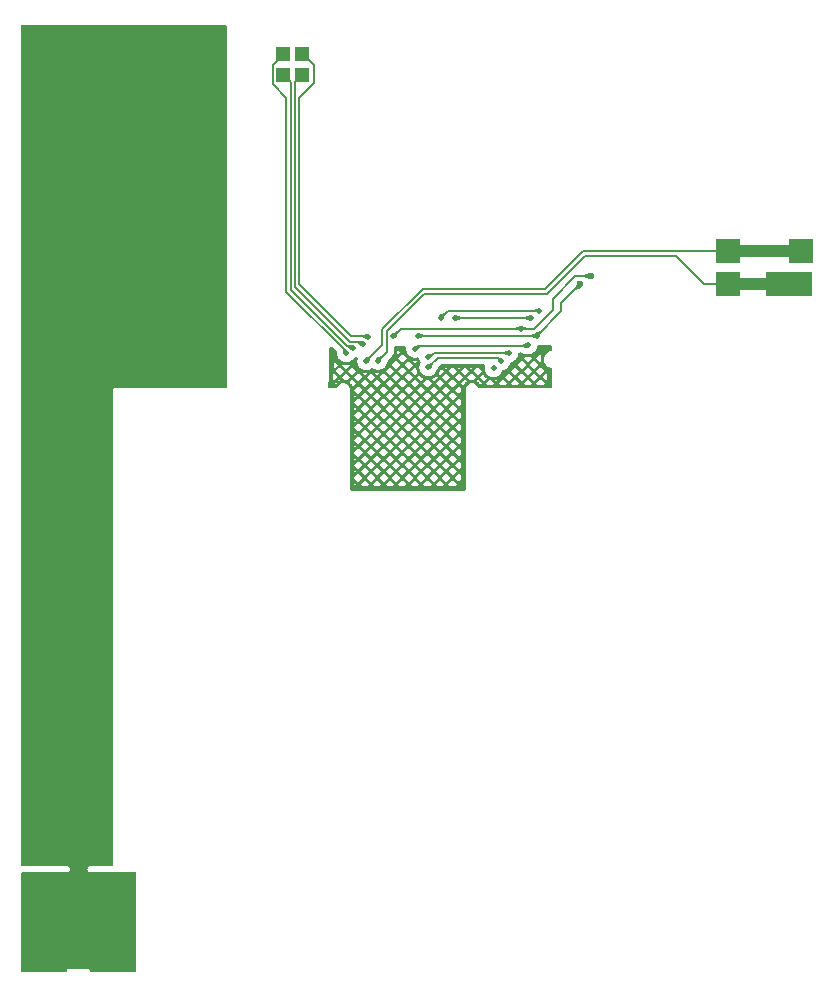
<source format=gbl>
%TF.GenerationSoftware,KiCad,Pcbnew,9.0.3*%
%TF.CreationDate,2025-09-15T23:10:18+03:00*%
%TF.ProjectId,Right,52696768-742e-46b6-9963-61645f706362,rev?*%
%TF.SameCoordinates,Original*%
%TF.FileFunction,Copper,L2,Bot*%
%TF.FilePolarity,Positive*%
%FSLAX46Y46*%
G04 Gerber Fmt 4.6, Leading zero omitted, Abs format (unit mm)*
G04 Created by KiCad (PCBNEW 9.0.3) date 2025-09-15 23:10:18*
%MOMM*%
%LPD*%
G01*
G04 APERTURE LIST*
%TA.AperFunction,ComponentPad*%
%ADD10R,2.000000X2.000000*%
%TD*%
%TA.AperFunction,ComponentPad*%
%ADD11R,4.000000X2.000000*%
%TD*%
%TA.AperFunction,SMDPad,CuDef*%
%ADD12R,1.200000X1.200000*%
%TD*%
%TA.AperFunction,ViaPad*%
%ADD13C,0.600000*%
%TD*%
%TA.AperFunction,ViaPad*%
%ADD14C,0.500000*%
%TD*%
%TA.AperFunction,Conductor*%
%ADD15C,0.140000*%
%TD*%
%TA.AperFunction,Conductor*%
%ADD16C,1.000000*%
%TD*%
G04 APERTURE END LIST*
D10*
%TO.P,SW2,1,B*%
%TO.N,Net-(J1-Pin_5)*%
X148340000Y-119260000D03*
X142110000Y-119280000D03*
D11*
%TO.P,SW2,2,C*%
%TO.N,Net-(J1-Pin_7)*%
X147340000Y-122050000D03*
D10*
%TO.P,SW2,3,A*%
X142110000Y-122040000D03*
%TD*%
D12*
%TO.P,D1,1,K*%
%TO.N,Net-(D1-K)*%
X104510000Y-102590000D03*
%TO.P,D1,2,A*%
%TO.N,Net-(D1-A)*%
X104510000Y-104390000D03*
%TD*%
%TO.P,D2,1,K*%
%TO.N,Net-(D2-K)*%
X106120000Y-102570000D03*
%TO.P,D2,2,A*%
%TO.N,Net-(D2-A)*%
X106120000Y-104370000D03*
%TD*%
D13*
%TO.N,Net-(J1-Pin_19)*%
X130540000Y-121390000D03*
%TO.N,Net-(J1-Pin_21)*%
X129660000Y-122090000D03*
D14*
%TO.N,Net-(D1-A)*%
X110430000Y-127500000D03*
%TO.N,Net-(D1-K)*%
X109830000Y-127920000D03*
%TO.N,Net-(D2-K)*%
X111660000Y-126500000D03*
%TO.N,Net-(D2-A)*%
X111210000Y-127120000D03*
%TO.N,Net-(J1-Pin_25)*%
X123630000Y-127910000D03*
X116732500Y-128192500D03*
%TO.N,Net-(J1-Pin_23)*%
X122300000Y-129190000D03*
X119050000Y-124950000D03*
X125475000Y-124950000D03*
%TO.N,Net-(J1-Pin_26)*%
X116775000Y-129100000D03*
X122970000Y-128570000D03*
%TO.N,Net-(J1-Pin_19)*%
X124620000Y-125825000D03*
X113810000Y-126460000D03*
%TO.N,Net-(J1-Pin_21)*%
X125975000Y-126425000D03*
X115915000Y-126435000D03*
%TO.N,Net-(J1-Pin_22)*%
X125225000Y-127250000D03*
X115650000Y-127525000D03*
%TO.N,Net-(J1-Pin_20)*%
X117840000Y-124910000D03*
X126175000Y-124300000D03*
%TO.N,Net-(J1-Pin_5)*%
X111510000Y-128570000D03*
%TO.N,Net-(J1-Pin_7)*%
X112510000Y-128560000D03*
%TD*%
D15*
%TO.N,Net-(J1-Pin_19)*%
X130540000Y-121390000D02*
X129210000Y-121390000D01*
X129210000Y-121390000D02*
X127300000Y-123300000D01*
X127300000Y-123300000D02*
X127300000Y-124240000D01*
X127300000Y-124240000D02*
X125715000Y-125825000D01*
X125715000Y-125825000D02*
X124620000Y-125825000D01*
%TO.N,Net-(J1-Pin_21)*%
X129660000Y-122090000D02*
X128050000Y-123700000D01*
X128050000Y-124350000D02*
X125975000Y-126425000D01*
X128050000Y-123700000D02*
X128050000Y-124350000D01*
%TO.N,Net-(J1-Pin_7)*%
X112510000Y-128560000D02*
X113270000Y-127800000D01*
X116440000Y-122860000D02*
X126840000Y-122860000D01*
X113270000Y-127800000D02*
X113270000Y-126030000D01*
X113270000Y-126030000D02*
X116440000Y-122860000D01*
X126840000Y-122860000D02*
X130040000Y-119660000D01*
X137720000Y-119660000D02*
X140100000Y-122040000D01*
X130040000Y-119660000D02*
X137720000Y-119660000D01*
X140100000Y-122040000D02*
X142110000Y-122040000D01*
%TO.N,Net-(J1-Pin_5)*%
X112860000Y-127210000D02*
X112860000Y-125890000D01*
X111510000Y-128560000D02*
X112860000Y-127210000D01*
X111510000Y-128570000D02*
X111510000Y-128560000D01*
X112860000Y-125890000D02*
X116300000Y-122450000D01*
X126670000Y-122450000D02*
X129840000Y-119280000D01*
X116300000Y-122450000D02*
X126670000Y-122450000D01*
X129840000Y-119280000D02*
X142110000Y-119280000D01*
%TO.N,Net-(D1-A)*%
X109890000Y-127310000D02*
X105110000Y-122530000D01*
X110430000Y-127500000D02*
X110350000Y-127500000D01*
X105110000Y-122530000D02*
X105110000Y-104990000D01*
X110160000Y-127310000D02*
X109890000Y-127310000D01*
X110350000Y-127500000D02*
X110160000Y-127310000D01*
X105110000Y-104990000D02*
X104510000Y-104390000D01*
%TO.N,Net-(D1-K)*%
X103600000Y-103490000D02*
X103600000Y-105140000D01*
X109800000Y-127890000D02*
X109830000Y-127920000D01*
X109800000Y-127740000D02*
X109800000Y-127890000D01*
X103600000Y-105140000D02*
X104750000Y-106290000D01*
X104750000Y-106290000D02*
X104750000Y-122690000D01*
X104750000Y-122690000D02*
X109800000Y-127740000D01*
X104510000Y-102590000D02*
X104500000Y-102590000D01*
X104300000Y-102590000D02*
X104510000Y-102590000D01*
X104500000Y-102590000D02*
X103600000Y-103490000D01*
%TO.N,Net-(D2-K)*%
X111640000Y-126480000D02*
X111660000Y-126500000D01*
X106210000Y-102670000D02*
X107060000Y-103520000D01*
X107060000Y-105070000D02*
X105840000Y-106290000D01*
X107060000Y-103520000D02*
X107060000Y-105070000D01*
X106120000Y-102670000D02*
X106190000Y-102670000D01*
X106000000Y-102670000D02*
X106120000Y-102670000D01*
X105840000Y-106290000D02*
X105840000Y-122090000D01*
X110230000Y-126480000D02*
X111640000Y-126480000D01*
X105840000Y-122090000D02*
X110230000Y-126480000D01*
X106120000Y-102670000D02*
X106210000Y-102670000D01*
%TO.N,Net-(D2-A)*%
X105500000Y-122340000D02*
X105500000Y-104990000D01*
X110120000Y-126960000D02*
X105500000Y-122340000D01*
X111050000Y-126960000D02*
X110120000Y-126960000D01*
X105500000Y-104990000D02*
X106120000Y-104370000D01*
X111210000Y-127120000D02*
X111050000Y-126960000D01*
%TO.N,Net-(J1-Pin_25)*%
X116880000Y-128050000D02*
X117110000Y-128050000D01*
X117250000Y-127910000D02*
X123630000Y-127910000D01*
X116737500Y-128192500D02*
X116880000Y-128050000D01*
X117110000Y-128050000D02*
X117250000Y-127910000D01*
X116732500Y-128192500D02*
X116737500Y-128192500D01*
%TO.N,Net-(J1-Pin_23)*%
X119050000Y-124950000D02*
X125475000Y-124950000D01*
%TO.N,Net-(J1-Pin_26)*%
X117600000Y-128280000D02*
X116780000Y-129100000D01*
X122690000Y-128280000D02*
X117600000Y-128280000D01*
X116780000Y-129100000D02*
X116775000Y-129100000D01*
X122970000Y-128570000D02*
X122970000Y-128560000D01*
X122970000Y-128560000D02*
X122690000Y-128280000D01*
%TO.N,Net-(J1-Pin_19)*%
X114445000Y-125825000D02*
X124620000Y-125825000D01*
X113810000Y-126460000D02*
X114445000Y-125825000D01*
%TO.N,Net-(J1-Pin_21)*%
X116115000Y-126435000D02*
X116125000Y-126425000D01*
X115915000Y-126435000D02*
X116115000Y-126435000D01*
X116125000Y-126425000D02*
X125975000Y-126425000D01*
%TO.N,Net-(J1-Pin_22)*%
X115650000Y-127525000D02*
X115900000Y-127275000D01*
X115900000Y-127275000D02*
X125200000Y-127275000D01*
X125200000Y-127275000D02*
X125225000Y-127250000D01*
%TO.N,Net-(J1-Pin_20)*%
X117840000Y-124910000D02*
X118450000Y-124300000D01*
X118450000Y-124300000D02*
X126175000Y-124300000D01*
D16*
%TO.N,Net-(J1-Pin_5)*%
X148340000Y-119260000D02*
X142130000Y-119260000D01*
D15*
X142200000Y-119260000D02*
X142180000Y-119280000D01*
X142180000Y-119280000D02*
X142110000Y-119280000D01*
X142130000Y-119260000D02*
X142110000Y-119280000D01*
%TO.N,Net-(J1-Pin_7)*%
X142210000Y-122050000D02*
X142200000Y-122040000D01*
D16*
X148340000Y-122050000D02*
X142120000Y-122050000D01*
D15*
X142120000Y-122050000D02*
X142110000Y-122040000D01*
X142200000Y-122040000D02*
X142110000Y-122040000D01*
%TD*%
%TA.AperFunction,Conductor*%
%TO.N,Net-(J1-Pin_22)*%
G36*
X116036714Y-127209312D02*
G01*
X116041478Y-127216895D01*
X116041643Y-127218854D01*
X116041643Y-127341870D01*
X116040080Y-127347712D01*
X115864095Y-127653084D01*
X115856995Y-127658541D01*
X115848116Y-127657379D01*
X115847479Y-127656985D01*
X115653070Y-127527706D01*
X115648079Y-127520271D01*
X115648065Y-127520201D01*
X115614458Y-127347712D01*
X115603519Y-127291568D01*
X115605300Y-127282793D01*
X115612765Y-127277847D01*
X115612974Y-127277808D01*
X116027986Y-127207319D01*
X116036714Y-127209312D01*
G37*
%TD.AperFunction*%
%TD*%
%TA.AperFunction,Conductor*%
%TO.N,Net-(J1-Pin_21)*%
G36*
X115976574Y-126194541D02*
G01*
X116402557Y-126352173D01*
X116409126Y-126358257D01*
X116410196Y-126363145D01*
X116410196Y-126487188D01*
X116406769Y-126495461D01*
X116402981Y-126497994D01*
X116062738Y-126639196D01*
X116053783Y-126639202D01*
X116048546Y-126634922D01*
X115956394Y-126497994D01*
X115916732Y-126439060D01*
X115914957Y-126430285D01*
X115914974Y-126430202D01*
X115930813Y-126352172D01*
X115961056Y-126203186D01*
X115966059Y-126195762D01*
X115974848Y-126194050D01*
X115976574Y-126194541D01*
G37*
%TD.AperFunction*%
%TD*%
%TA.AperFunction,Conductor*%
%TO.N,Net-(D1-A)*%
G36*
X110005319Y-127240366D02*
G01*
X110465013Y-127254384D01*
X110473177Y-127258062D01*
X110476351Y-127266436D01*
X110476140Y-127268317D01*
X110431934Y-127495201D01*
X110426988Y-127502666D01*
X110426929Y-127502706D01*
X110230623Y-127633246D01*
X110221836Y-127634973D01*
X110215378Y-127631251D01*
X109996237Y-127383319D01*
X109993303Y-127375571D01*
X109993303Y-127252062D01*
X109996730Y-127243789D01*
X110005003Y-127240362D01*
X110005319Y-127240366D01*
G37*
%TD.AperFunction*%
%TD*%
%TA.AperFunction,Conductor*%
%TO.N,Net-(J1-Pin_23)*%
G36*
X119111738Y-124709892D02*
G01*
X119537771Y-124877086D01*
X119544220Y-124883297D01*
X119545196Y-124887976D01*
X119545196Y-125012023D01*
X119541769Y-125020296D01*
X119537770Y-125022914D01*
X119111741Y-125190106D01*
X119102788Y-125189939D01*
X119096576Y-125183489D01*
X119096002Y-125181548D01*
X119049472Y-124952325D01*
X119049472Y-124947674D01*
X119096002Y-124718454D01*
X119101005Y-124711030D01*
X119109795Y-124709318D01*
X119111738Y-124709892D01*
G37*
%TD.AperFunction*%
%TD*%
%TA.AperFunction,NonConductor*%
G36*
X99653623Y-100120185D02*
G01*
X99699378Y-100172989D01*
X99710583Y-100224359D01*
X99710584Y-100224500D01*
X99744554Y-130775362D01*
X99724944Y-130842423D01*
X99672191Y-130888237D01*
X99620554Y-130899500D01*
X90140007Y-130899500D01*
X90103071Y-130914799D01*
X90074799Y-130943071D01*
X90059500Y-130980007D01*
X90059500Y-171215500D01*
X90039815Y-171282539D01*
X89987011Y-171328294D01*
X89935500Y-171339500D01*
X88186929Y-171339500D01*
X88160000Y-171339500D01*
X88115830Y-171339500D01*
X88032818Y-171369714D01*
X88032817Y-171369714D01*
X88032816Y-171369715D01*
X87965148Y-171426495D01*
X87965143Y-171426501D01*
X87920977Y-171502999D01*
X87920975Y-171503004D01*
X87905636Y-171589999D01*
X87905636Y-171590000D01*
X87920975Y-171676995D01*
X87920977Y-171677000D01*
X87965143Y-171753498D01*
X87965145Y-171753500D01*
X87965146Y-171753502D01*
X88032818Y-171810286D01*
X88115830Y-171840500D01*
X88140009Y-171840500D01*
X91935500Y-171840500D01*
X92002539Y-171860185D01*
X92048294Y-171912989D01*
X92059500Y-171964500D01*
X92059500Y-180215500D01*
X92039815Y-180282539D01*
X91987011Y-180328294D01*
X91935500Y-180339500D01*
X88224500Y-180339500D01*
X88157461Y-180319815D01*
X88111706Y-180267011D01*
X88100500Y-180215500D01*
X88100500Y-180120010D01*
X88100499Y-180120007D01*
X88085200Y-180083071D01*
X88056928Y-180054799D01*
X88019992Y-180039500D01*
X88019991Y-180039500D01*
X86329991Y-180039500D01*
X86290009Y-180039500D01*
X86290007Y-180039500D01*
X86253071Y-180054799D01*
X86224799Y-180083071D01*
X86209500Y-180120007D01*
X86209500Y-180215500D01*
X86189815Y-180282539D01*
X86137011Y-180328294D01*
X86085500Y-180339500D01*
X82384500Y-180339500D01*
X82317461Y-180319815D01*
X82271706Y-180267011D01*
X82260500Y-180215500D01*
X82260500Y-171964500D01*
X82280185Y-171897461D01*
X82332989Y-171851706D01*
X82384500Y-171840500D01*
X86204168Y-171840500D01*
X86204170Y-171840500D01*
X86287182Y-171810286D01*
X86354854Y-171753502D01*
X86399024Y-171676998D01*
X86414364Y-171590000D01*
X86399024Y-171503002D01*
X86354854Y-171426498D01*
X86354852Y-171426496D01*
X86354851Y-171426495D01*
X86287183Y-171369715D01*
X86287182Y-171369714D01*
X86204170Y-171339500D01*
X86204168Y-171339500D01*
X82384500Y-171339500D01*
X82317461Y-171319815D01*
X82271706Y-171267011D01*
X82260500Y-171215500D01*
X82260500Y-100224500D01*
X82280185Y-100157461D01*
X82332989Y-100111706D01*
X82384500Y-100100500D01*
X99586584Y-100100500D01*
X99653623Y-100120185D01*
G37*
%TD.AperFunction*%
%TA.AperFunction,Conductor*%
%TO.N,Net-(J1-Pin_20)*%
G36*
X118146299Y-124515986D02*
G01*
X118234013Y-124603700D01*
X118237440Y-124611973D01*
X118236464Y-124616652D01*
X118053438Y-125036123D01*
X118046988Y-125042335D01*
X118038035Y-125042168D01*
X118036252Y-125041198D01*
X117841273Y-124912018D01*
X117837981Y-124908726D01*
X117781119Y-124822901D01*
X117708800Y-124713745D01*
X117707089Y-124704958D01*
X117712093Y-124697531D01*
X117713870Y-124696563D01*
X118133350Y-124513534D01*
X118142300Y-124513368D01*
X118146299Y-124515986D01*
G37*
%TD.AperFunction*%
%TD*%
%TA.AperFunction,Conductor*%
%TO.N,Net-(J1-Pin_26)*%
G36*
X122612627Y-128214029D02*
G01*
X123008290Y-128321944D01*
X123015369Y-128327427D01*
X123016694Y-128335470D01*
X122971934Y-128565201D01*
X122966988Y-128572666D01*
X122966929Y-128572706D01*
X122773545Y-128701303D01*
X122764758Y-128703030D01*
X122757323Y-128698039D01*
X122756428Y-128696430D01*
X122598917Y-128352320D01*
X122597855Y-128347450D01*
X122597855Y-128225318D01*
X122601282Y-128217045D01*
X122609555Y-128213618D01*
X122612627Y-128214029D01*
G37*
%TD.AperFunction*%
%TD*%
%TA.AperFunction,NonConductor*%
G36*
X127192319Y-127270083D02*
G01*
X127238437Y-127322570D01*
X127250000Y-127374858D01*
X127250000Y-127624012D01*
X127230315Y-127691051D01*
X127177511Y-127736806D01*
X127150192Y-127745629D01*
X127045677Y-127766418D01*
X127045667Y-127766421D01*
X126918195Y-127819221D01*
X126918182Y-127819228D01*
X126803458Y-127895885D01*
X126803454Y-127895888D01*
X126705888Y-127993454D01*
X126705885Y-127993458D01*
X126629228Y-128108182D01*
X126629221Y-128108195D01*
X126576421Y-128235667D01*
X126576418Y-128235677D01*
X126549500Y-128371004D01*
X126549500Y-128371007D01*
X126549500Y-128374802D01*
X126549500Y-128508993D01*
X126549500Y-128508995D01*
X126549499Y-128508995D01*
X126576418Y-128644322D01*
X126576421Y-128644332D01*
X126629221Y-128771804D01*
X126629228Y-128771817D01*
X126705885Y-128886541D01*
X126705888Y-128886545D01*
X126803454Y-128984111D01*
X126803458Y-128984114D01*
X126918182Y-129060771D01*
X126918195Y-129060778D01*
X126994678Y-129092458D01*
X127045672Y-129113580D01*
X127150194Y-129134371D01*
X127212102Y-129166754D01*
X127246676Y-129227470D01*
X127250000Y-129255987D01*
X127250000Y-130775500D01*
X127230315Y-130842539D01*
X127177511Y-130888294D01*
X127126000Y-130899500D01*
X121119352Y-130899500D01*
X121052313Y-130879815D01*
X121006558Y-130827011D01*
X120998954Y-130805170D01*
X120998507Y-130803356D01*
X120936380Y-130684984D01*
X120936378Y-130684982D01*
X120936378Y-130684981D01*
X120847734Y-130584923D01*
X120847732Y-130584921D01*
X120847730Y-130584919D01*
X120830481Y-130573013D01*
X120737710Y-130508977D01*
X120612711Y-130461571D01*
X120612708Y-130461570D01*
X120480000Y-130445457D01*
X120347291Y-130461570D01*
X120347288Y-130461571D01*
X120222289Y-130508977D01*
X120112272Y-130584917D01*
X120112265Y-130584923D01*
X120023620Y-130684983D01*
X120023618Y-130684985D01*
X119961493Y-130803354D01*
X119929500Y-130933157D01*
X119929500Y-139426000D01*
X119909815Y-139493039D01*
X119857011Y-139538794D01*
X119805500Y-139550000D01*
X110254500Y-139550000D01*
X110187461Y-139530315D01*
X110141706Y-139477511D01*
X110130500Y-139426000D01*
X110130500Y-139145332D01*
X110509000Y-139145332D01*
X110684064Y-138970267D01*
X111036204Y-138970267D01*
X111216937Y-139151000D01*
X111565407Y-139151000D01*
X111746140Y-138970267D01*
X112098278Y-138970267D01*
X112279011Y-139151000D01*
X112627481Y-139151000D01*
X112808214Y-138970267D01*
X113160353Y-138970267D01*
X113341086Y-139151000D01*
X113689556Y-139151000D01*
X113870289Y-138970267D01*
X114222427Y-138970267D01*
X114403160Y-139151000D01*
X114751630Y-139151000D01*
X114932363Y-138970267D01*
X115284501Y-138970267D01*
X115465234Y-139151000D01*
X115813704Y-139151000D01*
X115994436Y-138970267D01*
X116346576Y-138970267D01*
X116527309Y-139151000D01*
X116875779Y-139151000D01*
X117056512Y-138970267D01*
X117408650Y-138970267D01*
X117589383Y-139151000D01*
X117937853Y-139151000D01*
X118118586Y-138970267D01*
X118118585Y-138970266D01*
X118470724Y-138970266D01*
X118651458Y-139151000D01*
X118999928Y-139151000D01*
X119180661Y-138970267D01*
X118825692Y-138615298D01*
X118470724Y-138970266D01*
X118118585Y-138970266D01*
X117763618Y-138615299D01*
X117408650Y-138970267D01*
X117056512Y-138970267D01*
X116701544Y-138615299D01*
X116346576Y-138970267D01*
X115994436Y-138970267D01*
X115994437Y-138970266D01*
X115639469Y-138615298D01*
X115284501Y-138970267D01*
X114932363Y-138970267D01*
X114577395Y-138615299D01*
X114222427Y-138970267D01*
X113870289Y-138970267D01*
X113515321Y-138615299D01*
X113160353Y-138970267D01*
X112808214Y-138970267D01*
X112453246Y-138615299D01*
X112098278Y-138970267D01*
X111746140Y-138970267D01*
X111391172Y-138615299D01*
X111036204Y-138970267D01*
X110684064Y-138970267D01*
X110684065Y-138970266D01*
X110509000Y-138795201D01*
X110509000Y-139145332D01*
X110130500Y-139145332D01*
X110130500Y-138435396D01*
X110509000Y-138435396D01*
X110509000Y-138443063D01*
X110860135Y-138794198D01*
X111215103Y-138439229D01*
X111567240Y-138439229D01*
X111922209Y-138794198D01*
X112277177Y-138439229D01*
X112629314Y-138439229D01*
X112984283Y-138794198D01*
X113339251Y-138439229D01*
X113691389Y-138439229D01*
X114046358Y-138794198D01*
X114401326Y-138439229D01*
X114753463Y-138439229D01*
X115108432Y-138794198D01*
X115463400Y-138439229D01*
X115815538Y-138439229D01*
X116170507Y-138794198D01*
X116525475Y-138439229D01*
X116877612Y-138439229D01*
X117232581Y-138794198D01*
X117587549Y-138439229D01*
X117939686Y-138439229D01*
X118294655Y-138794198D01*
X118649623Y-138439229D01*
X119001761Y-138439229D01*
X119356729Y-138794197D01*
X119553223Y-138597703D01*
X119553961Y-138281492D01*
X119356730Y-138084261D01*
X119001761Y-138439229D01*
X118649623Y-138439229D01*
X118294655Y-138084261D01*
X117939686Y-138439229D01*
X117587549Y-138439229D01*
X117232581Y-138084261D01*
X116877612Y-138439229D01*
X116525475Y-138439229D01*
X116170507Y-138084261D01*
X115815538Y-138439229D01*
X115463400Y-138439229D01*
X115108432Y-138084261D01*
X114753463Y-138439229D01*
X114401326Y-138439229D01*
X114046358Y-138084261D01*
X113691389Y-138439229D01*
X113339251Y-138439229D01*
X112984283Y-138084261D01*
X112629314Y-138439229D01*
X112277177Y-138439229D01*
X111922209Y-138084261D01*
X111567240Y-138439229D01*
X111215103Y-138439229D01*
X110860134Y-138084261D01*
X110509000Y-138435396D01*
X110130500Y-138435396D01*
X110130500Y-138083257D01*
X110509000Y-138083257D01*
X110684064Y-137908192D01*
X111036204Y-137908192D01*
X111391172Y-138263160D01*
X111746140Y-137908192D01*
X112098278Y-137908192D01*
X112453246Y-138263160D01*
X112808214Y-137908192D01*
X113160353Y-137908192D01*
X113515321Y-138263160D01*
X113870289Y-137908192D01*
X114222427Y-137908192D01*
X114577395Y-138263160D01*
X114932363Y-137908192D01*
X115284501Y-137908192D01*
X115639469Y-138263160D01*
X115994437Y-137908192D01*
X116346576Y-137908192D01*
X116701544Y-138263160D01*
X117056512Y-137908192D01*
X117408650Y-137908192D01*
X117763618Y-138263160D01*
X118118586Y-137908192D01*
X118470724Y-137908192D01*
X118825692Y-138263160D01*
X119180661Y-137908192D01*
X118825692Y-137553223D01*
X118470724Y-137908192D01*
X118118586Y-137908192D01*
X117763618Y-137553224D01*
X117408650Y-137908192D01*
X117056512Y-137908192D01*
X116701544Y-137553224D01*
X116346576Y-137908192D01*
X115994437Y-137908192D01*
X115639469Y-137553223D01*
X115284501Y-137908192D01*
X114932363Y-137908192D01*
X114577395Y-137553224D01*
X114222427Y-137908192D01*
X113870289Y-137908192D01*
X113515321Y-137553224D01*
X113160353Y-137908192D01*
X112808214Y-137908192D01*
X112453246Y-137553224D01*
X112098278Y-137908192D01*
X111746140Y-137908192D01*
X111391172Y-137553224D01*
X111036204Y-137908192D01*
X110684064Y-137908192D01*
X110684065Y-137908191D01*
X110509000Y-137733126D01*
X110509000Y-138083257D01*
X110130500Y-138083257D01*
X110130500Y-137373322D01*
X110509000Y-137373322D01*
X110509000Y-137380988D01*
X110860135Y-137732123D01*
X111215103Y-137377155D01*
X111567241Y-137377155D01*
X111922209Y-137732123D01*
X112277177Y-137377155D01*
X112629315Y-137377155D01*
X112984283Y-137732123D01*
X113339251Y-137377155D01*
X113691390Y-137377155D01*
X114046358Y-137732123D01*
X114401326Y-137377155D01*
X114753464Y-137377155D01*
X115108432Y-137732123D01*
X115463400Y-137377155D01*
X115815539Y-137377155D01*
X116170507Y-137732123D01*
X116525475Y-137377155D01*
X116877613Y-137377155D01*
X117232581Y-137732123D01*
X117587549Y-137377155D01*
X117939687Y-137377155D01*
X118294655Y-137732123D01*
X118649623Y-137377155D01*
X119001762Y-137377155D01*
X119356729Y-137732122D01*
X119555710Y-137533141D01*
X119556437Y-137221894D01*
X119356730Y-137022187D01*
X119001762Y-137377155D01*
X118649623Y-137377155D01*
X118294655Y-137022187D01*
X117939687Y-137377155D01*
X117587549Y-137377155D01*
X117232581Y-137022187D01*
X116877613Y-137377155D01*
X116525475Y-137377155D01*
X116170507Y-137022187D01*
X115815539Y-137377155D01*
X115463400Y-137377155D01*
X115108432Y-137022187D01*
X114753464Y-137377155D01*
X114401326Y-137377155D01*
X114046358Y-137022187D01*
X113691390Y-137377155D01*
X113339251Y-137377155D01*
X112984283Y-137022186D01*
X112629315Y-137377155D01*
X112277177Y-137377155D01*
X111922209Y-137022187D01*
X111567241Y-137377155D01*
X111215103Y-137377155D01*
X110860135Y-137022187D01*
X110509000Y-137373322D01*
X110130500Y-137373322D01*
X110130500Y-137021183D01*
X110509000Y-137021183D01*
X110684064Y-136846118D01*
X111036204Y-136846118D01*
X111391172Y-137201086D01*
X111746140Y-136846118D01*
X112098278Y-136846118D01*
X112453246Y-137201086D01*
X112808214Y-136846118D01*
X113160353Y-136846118D01*
X113515321Y-137201086D01*
X113870289Y-136846118D01*
X114222427Y-136846118D01*
X114577395Y-137201086D01*
X114932363Y-136846118D01*
X115284501Y-136846118D01*
X115639469Y-137201086D01*
X115994437Y-136846118D01*
X116346576Y-136846118D01*
X116701544Y-137201086D01*
X117056512Y-136846118D01*
X117408650Y-136846118D01*
X117763618Y-137201086D01*
X118118586Y-136846118D01*
X118470724Y-136846118D01*
X118825692Y-137201086D01*
X119180661Y-136846118D01*
X118825692Y-136491149D01*
X118470724Y-136846118D01*
X118118586Y-136846118D01*
X117763618Y-136491150D01*
X117408650Y-136846118D01*
X117056512Y-136846118D01*
X116701544Y-136491150D01*
X116346576Y-136846118D01*
X115994437Y-136846118D01*
X115639469Y-136491149D01*
X115284501Y-136846118D01*
X114932363Y-136846118D01*
X114577395Y-136491150D01*
X114222427Y-136846118D01*
X113870289Y-136846118D01*
X113515321Y-136491150D01*
X113160353Y-136846118D01*
X112808214Y-136846118D01*
X112453246Y-136491150D01*
X112098278Y-136846118D01*
X111746140Y-136846118D01*
X111391172Y-136491150D01*
X111036204Y-136846118D01*
X110684064Y-136846118D01*
X110684065Y-136846117D01*
X110509000Y-136671052D01*
X110509000Y-137021183D01*
X110130500Y-137021183D01*
X110130500Y-136311248D01*
X110509000Y-136311248D01*
X110509000Y-136318914D01*
X110860135Y-136670049D01*
X111215103Y-136315081D01*
X111567241Y-136315081D01*
X111922209Y-136670049D01*
X112277177Y-136315081D01*
X112629315Y-136315081D01*
X112984283Y-136670049D01*
X113339251Y-136315081D01*
X113691390Y-136315081D01*
X114046358Y-136670049D01*
X114401326Y-136315081D01*
X114753464Y-136315081D01*
X115108432Y-136670049D01*
X115463400Y-136315081D01*
X115815539Y-136315081D01*
X116170507Y-136670049D01*
X116525475Y-136315081D01*
X116877613Y-136315081D01*
X117232581Y-136670049D01*
X117587549Y-136315081D01*
X117939687Y-136315081D01*
X118294655Y-136670049D01*
X118649623Y-136315081D01*
X119001762Y-136315081D01*
X119356729Y-136670048D01*
X119558197Y-136468580D01*
X119558913Y-136162296D01*
X119356730Y-135960113D01*
X119001762Y-136315081D01*
X118649623Y-136315081D01*
X118294655Y-135960113D01*
X117939687Y-136315081D01*
X117587549Y-136315081D01*
X117232581Y-135960113D01*
X116877613Y-136315081D01*
X116525475Y-136315081D01*
X116170507Y-135960113D01*
X115815539Y-136315081D01*
X115463400Y-136315081D01*
X115108432Y-135960113D01*
X114753464Y-136315081D01*
X114401326Y-136315081D01*
X114046358Y-135960113D01*
X113691390Y-136315081D01*
X113339251Y-136315081D01*
X112984283Y-135960112D01*
X112629315Y-136315081D01*
X112277177Y-136315081D01*
X111922209Y-135960113D01*
X111567241Y-136315081D01*
X111215103Y-136315081D01*
X110860135Y-135960113D01*
X110509000Y-136311248D01*
X110130500Y-136311248D01*
X110130500Y-135959109D01*
X110509000Y-135959109D01*
X110684064Y-135784044D01*
X111036204Y-135784044D01*
X111391172Y-136139012D01*
X111746140Y-135784044D01*
X112098278Y-135784044D01*
X112453246Y-136139012D01*
X112808214Y-135784044D01*
X113160353Y-135784044D01*
X113515321Y-136139012D01*
X113870289Y-135784044D01*
X114222427Y-135784044D01*
X114577395Y-136139012D01*
X114932363Y-135784044D01*
X115284501Y-135784044D01*
X115639469Y-136139012D01*
X115994437Y-135784044D01*
X116346576Y-135784044D01*
X116701544Y-136139012D01*
X117056512Y-135784044D01*
X117408650Y-135784044D01*
X117763618Y-136139012D01*
X118118586Y-135784044D01*
X118470724Y-135784044D01*
X118825692Y-136139012D01*
X119180661Y-135784044D01*
X118825692Y-135429075D01*
X118470724Y-135784044D01*
X118118586Y-135784044D01*
X117763618Y-135429076D01*
X117408650Y-135784044D01*
X117056512Y-135784044D01*
X116701544Y-135429076D01*
X116346576Y-135784044D01*
X115994437Y-135784044D01*
X115639469Y-135429075D01*
X115284501Y-135784044D01*
X114932363Y-135784044D01*
X114577395Y-135429076D01*
X114222427Y-135784044D01*
X113870289Y-135784044D01*
X113515321Y-135429076D01*
X113160353Y-135784044D01*
X112808214Y-135784044D01*
X112453246Y-135429076D01*
X112098278Y-135784044D01*
X111746140Y-135784044D01*
X111391172Y-135429076D01*
X111036204Y-135784044D01*
X110684064Y-135784044D01*
X110684065Y-135784043D01*
X110509000Y-135608978D01*
X110509000Y-135959109D01*
X110130500Y-135959109D01*
X110130500Y-135249173D01*
X110509000Y-135249173D01*
X110509000Y-135256839D01*
X110860135Y-135607974D01*
X111215103Y-135253006D01*
X111567241Y-135253006D01*
X111922209Y-135607974D01*
X112277177Y-135253006D01*
X112629315Y-135253006D01*
X112984283Y-135607974D01*
X113339251Y-135253006D01*
X113691390Y-135253006D01*
X114046358Y-135607974D01*
X114401326Y-135253006D01*
X114753464Y-135253006D01*
X115108432Y-135607974D01*
X115463400Y-135253006D01*
X115815539Y-135253006D01*
X116170507Y-135607974D01*
X116525475Y-135253006D01*
X116877613Y-135253006D01*
X117232581Y-135607974D01*
X117587549Y-135253006D01*
X117939687Y-135253006D01*
X118294655Y-135607974D01*
X118649623Y-135253006D01*
X119001762Y-135253006D01*
X119356729Y-135607973D01*
X119560684Y-135404018D01*
X119561389Y-135102697D01*
X119356730Y-134898038D01*
X119001762Y-135253006D01*
X118649623Y-135253006D01*
X118294655Y-134898038D01*
X117939687Y-135253006D01*
X117587549Y-135253006D01*
X117232581Y-134898038D01*
X116877613Y-135253006D01*
X116525475Y-135253006D01*
X116170507Y-134898038D01*
X115815539Y-135253006D01*
X115463400Y-135253006D01*
X115108432Y-134898038D01*
X114753464Y-135253006D01*
X114401326Y-135253006D01*
X114046358Y-134898038D01*
X113691390Y-135253006D01*
X113339251Y-135253006D01*
X112984283Y-134898037D01*
X112629315Y-135253006D01*
X112277177Y-135253006D01*
X111922209Y-134898038D01*
X111567241Y-135253006D01*
X111215103Y-135253006D01*
X110860135Y-134898038D01*
X110509000Y-135249173D01*
X110130500Y-135249173D01*
X110130500Y-134897034D01*
X110509000Y-134897034D01*
X110684064Y-134721969D01*
X111036204Y-134721969D01*
X111391172Y-135076937D01*
X111746140Y-134721969D01*
X112098278Y-134721969D01*
X112453246Y-135076937D01*
X112808214Y-134721969D01*
X113160353Y-134721969D01*
X113515321Y-135076937D01*
X113870289Y-134721969D01*
X114222427Y-134721969D01*
X114577395Y-135076937D01*
X114932363Y-134721969D01*
X115284501Y-134721969D01*
X115639469Y-135076937D01*
X115994437Y-134721969D01*
X116346576Y-134721969D01*
X116701544Y-135076937D01*
X117056512Y-134721969D01*
X117408650Y-134721969D01*
X117763618Y-135076937D01*
X118118586Y-134721969D01*
X118470724Y-134721969D01*
X118825692Y-135076937D01*
X119180661Y-134721969D01*
X118825692Y-134367000D01*
X118470724Y-134721969D01*
X118118586Y-134721969D01*
X117763618Y-134367001D01*
X117408650Y-134721969D01*
X117056512Y-134721969D01*
X116701544Y-134367001D01*
X116346576Y-134721969D01*
X115994437Y-134721969D01*
X115639469Y-134367000D01*
X115284501Y-134721969D01*
X114932363Y-134721969D01*
X114577395Y-134367001D01*
X114222427Y-134721969D01*
X113870289Y-134721969D01*
X113515321Y-134367001D01*
X113160353Y-134721969D01*
X112808214Y-134721969D01*
X112453246Y-134367001D01*
X112098278Y-134721969D01*
X111746140Y-134721969D01*
X111391172Y-134367001D01*
X111036204Y-134721969D01*
X110684064Y-134721969D01*
X110684065Y-134721968D01*
X110509000Y-134546903D01*
X110509000Y-134897034D01*
X110130500Y-134897034D01*
X110130500Y-134187099D01*
X110509000Y-134187099D01*
X110509000Y-134194765D01*
X110860135Y-134545900D01*
X111215103Y-134190932D01*
X111567241Y-134190932D01*
X111922209Y-134545900D01*
X112277177Y-134190932D01*
X112629315Y-134190932D01*
X112984283Y-134545900D01*
X113339251Y-134190932D01*
X113691390Y-134190932D01*
X114046358Y-134545900D01*
X114401326Y-134190932D01*
X114753464Y-134190932D01*
X115108432Y-134545900D01*
X115463400Y-134190932D01*
X115815539Y-134190932D01*
X116170507Y-134545900D01*
X116525475Y-134190932D01*
X116877613Y-134190932D01*
X117232581Y-134545900D01*
X117587549Y-134190932D01*
X117939687Y-134190932D01*
X118294655Y-134545900D01*
X118649623Y-134190932D01*
X119001762Y-134190932D01*
X119356729Y-134545899D01*
X119563172Y-134339456D01*
X119563864Y-134043098D01*
X119356730Y-133835964D01*
X119001762Y-134190932D01*
X118649623Y-134190932D01*
X118294655Y-133835964D01*
X117939687Y-134190932D01*
X117587549Y-134190932D01*
X117232581Y-133835964D01*
X116877613Y-134190932D01*
X116525475Y-134190932D01*
X116170507Y-133835964D01*
X115815539Y-134190932D01*
X115463400Y-134190932D01*
X115108432Y-133835964D01*
X114753464Y-134190932D01*
X114401326Y-134190932D01*
X114046358Y-133835964D01*
X113691390Y-134190932D01*
X113339251Y-134190932D01*
X112984283Y-133835963D01*
X112629315Y-134190932D01*
X112277177Y-134190932D01*
X111922209Y-133835964D01*
X111567241Y-134190932D01*
X111215103Y-134190932D01*
X110860135Y-133835964D01*
X110509000Y-134187099D01*
X110130500Y-134187099D01*
X110130500Y-133834960D01*
X110509000Y-133834960D01*
X110684064Y-133659895D01*
X111036204Y-133659895D01*
X111391172Y-134014863D01*
X111746140Y-133659895D01*
X112098278Y-133659895D01*
X112453246Y-134014863D01*
X112808214Y-133659895D01*
X113160353Y-133659895D01*
X113515321Y-134014863D01*
X113870289Y-133659895D01*
X114222427Y-133659895D01*
X114577395Y-134014863D01*
X114932363Y-133659895D01*
X115284501Y-133659895D01*
X115639469Y-134014863D01*
X115994437Y-133659895D01*
X116346576Y-133659895D01*
X116701544Y-134014863D01*
X117056512Y-133659895D01*
X117408650Y-133659895D01*
X117763618Y-134014863D01*
X118118586Y-133659895D01*
X118470724Y-133659895D01*
X118825692Y-134014863D01*
X119180661Y-133659895D01*
X118825692Y-133304926D01*
X118470724Y-133659895D01*
X118118586Y-133659895D01*
X117763618Y-133304927D01*
X117408650Y-133659895D01*
X117056512Y-133659895D01*
X116701544Y-133304927D01*
X116346576Y-133659895D01*
X115994437Y-133659895D01*
X115639469Y-133304926D01*
X115284501Y-133659895D01*
X114932363Y-133659895D01*
X114577395Y-133304927D01*
X114222427Y-133659895D01*
X113870289Y-133659895D01*
X113515321Y-133304927D01*
X113160353Y-133659895D01*
X112808214Y-133659895D01*
X112453246Y-133304927D01*
X112098278Y-133659895D01*
X111746140Y-133659895D01*
X111391172Y-133304927D01*
X111036204Y-133659895D01*
X110684064Y-133659895D01*
X110684065Y-133659894D01*
X110509000Y-133484829D01*
X110509000Y-133834960D01*
X110130500Y-133834960D01*
X110130500Y-133125025D01*
X110509000Y-133125025D01*
X110509000Y-133132691D01*
X110860135Y-133483826D01*
X111215103Y-133128858D01*
X111567241Y-133128858D01*
X111922209Y-133483826D01*
X112277177Y-133128858D01*
X112629315Y-133128858D01*
X112984283Y-133483826D01*
X113339251Y-133128858D01*
X113691390Y-133128858D01*
X114046358Y-133483826D01*
X114401326Y-133128858D01*
X114753464Y-133128858D01*
X115108432Y-133483826D01*
X115463400Y-133128858D01*
X115815539Y-133128858D01*
X116170507Y-133483826D01*
X116525475Y-133128858D01*
X116877613Y-133128858D01*
X117232581Y-133483826D01*
X117587549Y-133128858D01*
X117939687Y-133128858D01*
X118294655Y-133483826D01*
X118649623Y-133128858D01*
X119001762Y-133128858D01*
X119356729Y-133483825D01*
X119565659Y-133274895D01*
X119566340Y-132983500D01*
X119356730Y-132773890D01*
X119001762Y-133128858D01*
X118649623Y-133128858D01*
X118294655Y-132773890D01*
X117939687Y-133128858D01*
X117587549Y-133128858D01*
X117232581Y-132773890D01*
X116877613Y-133128858D01*
X116525475Y-133128858D01*
X116170507Y-132773890D01*
X115815539Y-133128858D01*
X115463400Y-133128858D01*
X115108432Y-132773890D01*
X114753464Y-133128858D01*
X114401326Y-133128858D01*
X114046358Y-132773890D01*
X113691390Y-133128858D01*
X113339251Y-133128858D01*
X112984283Y-132773889D01*
X112629315Y-133128858D01*
X112277177Y-133128858D01*
X111922209Y-132773890D01*
X111567241Y-133128858D01*
X111215103Y-133128858D01*
X110860135Y-132773890D01*
X110509000Y-133125025D01*
X110130500Y-133125025D01*
X110130500Y-132772886D01*
X110509000Y-132772886D01*
X110684066Y-132597820D01*
X111036203Y-132597820D01*
X111391172Y-132952788D01*
X111746140Y-132597820D01*
X112098277Y-132597820D01*
X112453246Y-132952788D01*
X112808214Y-132597820D01*
X113160352Y-132597820D01*
X113515321Y-132952788D01*
X113870289Y-132597820D01*
X114222426Y-132597820D01*
X114577395Y-132952788D01*
X114932363Y-132597820D01*
X115284500Y-132597820D01*
X115639469Y-132952788D01*
X115994437Y-132597820D01*
X116346575Y-132597820D01*
X116701544Y-132952788D01*
X117056512Y-132597820D01*
X117408649Y-132597820D01*
X117763618Y-132952788D01*
X118118586Y-132597820D01*
X118470724Y-132597820D01*
X118825692Y-132952788D01*
X119180661Y-132597820D01*
X118825692Y-132242851D01*
X118470724Y-132597820D01*
X118118586Y-132597820D01*
X117763618Y-132242852D01*
X117408649Y-132597820D01*
X117056512Y-132597820D01*
X116701544Y-132242852D01*
X116346575Y-132597820D01*
X115994437Y-132597820D01*
X115639469Y-132242851D01*
X115284500Y-132597820D01*
X114932363Y-132597820D01*
X114577395Y-132242852D01*
X114222426Y-132597820D01*
X113870289Y-132597820D01*
X113515321Y-132242852D01*
X113160352Y-132597820D01*
X112808214Y-132597820D01*
X112453246Y-132242852D01*
X112098277Y-132597820D01*
X111746140Y-132597820D01*
X111391172Y-132242852D01*
X111036203Y-132597820D01*
X110684066Y-132597820D01*
X110509000Y-132422754D01*
X110509000Y-132772886D01*
X110130500Y-132772886D01*
X110130500Y-132062950D01*
X110509000Y-132062950D01*
X110509000Y-132070616D01*
X110860135Y-132421751D01*
X111215103Y-132066783D01*
X111567241Y-132066783D01*
X111922209Y-132421751D01*
X112277177Y-132066783D01*
X112629315Y-132066783D01*
X112984283Y-132421751D01*
X113339251Y-132066783D01*
X113691390Y-132066783D01*
X114046358Y-132421751D01*
X114401326Y-132066783D01*
X114753464Y-132066783D01*
X115108432Y-132421751D01*
X115463400Y-132066783D01*
X115815539Y-132066783D01*
X116170507Y-132421751D01*
X116525475Y-132066783D01*
X116877613Y-132066783D01*
X117232581Y-132421751D01*
X117587549Y-132066783D01*
X117939687Y-132066783D01*
X118294655Y-132421751D01*
X118649623Y-132066783D01*
X119001762Y-132066783D01*
X119356729Y-132421750D01*
X119568146Y-132210333D01*
X119568816Y-131923901D01*
X119356730Y-131711815D01*
X119001762Y-132066783D01*
X118649623Y-132066783D01*
X118294655Y-131711815D01*
X117939687Y-132066783D01*
X117587549Y-132066783D01*
X117232581Y-131711815D01*
X116877613Y-132066783D01*
X116525475Y-132066783D01*
X116170507Y-131711815D01*
X115815539Y-132066783D01*
X115463400Y-132066783D01*
X115108432Y-131711815D01*
X114753464Y-132066783D01*
X114401326Y-132066783D01*
X114046358Y-131711815D01*
X113691390Y-132066783D01*
X113339251Y-132066783D01*
X112984283Y-131711814D01*
X112629315Y-132066783D01*
X112277177Y-132066783D01*
X111922209Y-131711815D01*
X111567241Y-132066783D01*
X111215103Y-132066783D01*
X110860135Y-131711815D01*
X110509000Y-132062950D01*
X110130500Y-132062950D01*
X110130500Y-131710811D01*
X110509000Y-131710811D01*
X110684064Y-131535746D01*
X111036204Y-131535746D01*
X111391172Y-131890714D01*
X111746140Y-131535746D01*
X112098278Y-131535746D01*
X112453246Y-131890714D01*
X112808214Y-131535746D01*
X113160353Y-131535746D01*
X113515321Y-131890714D01*
X113870289Y-131535746D01*
X114222427Y-131535746D01*
X114577395Y-131890714D01*
X114932363Y-131535746D01*
X115284501Y-131535746D01*
X115639469Y-131890714D01*
X115994437Y-131535746D01*
X116346576Y-131535746D01*
X116701544Y-131890714D01*
X117056512Y-131535746D01*
X117408650Y-131535746D01*
X117763618Y-131890714D01*
X118118586Y-131535746D01*
X118470724Y-131535746D01*
X118825692Y-131890714D01*
X119180661Y-131535746D01*
X118825692Y-131180777D01*
X118470724Y-131535746D01*
X118118586Y-131535746D01*
X117763618Y-131180778D01*
X117408650Y-131535746D01*
X117056512Y-131535746D01*
X116701544Y-131180778D01*
X116346576Y-131535746D01*
X115994437Y-131535746D01*
X115639469Y-131180777D01*
X115284501Y-131535746D01*
X114932363Y-131535746D01*
X114577395Y-131180778D01*
X114222427Y-131535746D01*
X113870289Y-131535746D01*
X113515321Y-131180778D01*
X113160353Y-131535746D01*
X112808214Y-131535746D01*
X112453246Y-131180778D01*
X112098278Y-131535746D01*
X111746140Y-131535746D01*
X111391172Y-131180778D01*
X111036204Y-131535746D01*
X110684064Y-131535746D01*
X110684065Y-131535745D01*
X110509000Y-131360680D01*
X110509000Y-131710811D01*
X110130500Y-131710811D01*
X110130500Y-131000876D01*
X110509000Y-131000876D01*
X110509000Y-131008542D01*
X110860135Y-131359677D01*
X111215103Y-131004709D01*
X111567241Y-131004709D01*
X111922209Y-131359677D01*
X112277177Y-131004709D01*
X112629315Y-131004709D01*
X112984283Y-131359677D01*
X113339251Y-131004709D01*
X113691390Y-131004709D01*
X114046358Y-131359677D01*
X114401326Y-131004709D01*
X114753464Y-131004709D01*
X115108432Y-131359677D01*
X115463400Y-131004709D01*
X115815539Y-131004709D01*
X116170507Y-131359677D01*
X116525475Y-131004709D01*
X116877613Y-131004709D01*
X117232581Y-131359677D01*
X117587549Y-131004709D01*
X117939687Y-131004709D01*
X118294655Y-131359677D01*
X118649623Y-131004709D01*
X119001762Y-131004709D01*
X119356729Y-131359676D01*
X119570634Y-131145771D01*
X119571266Y-130875568D01*
X119573845Y-130866856D01*
X119356730Y-130649741D01*
X119001762Y-131004709D01*
X118649623Y-131004709D01*
X118294655Y-130649741D01*
X117939687Y-131004709D01*
X117587549Y-131004709D01*
X117232581Y-130649741D01*
X116877613Y-131004709D01*
X116525475Y-131004709D01*
X116170507Y-130649741D01*
X115815539Y-131004709D01*
X115463400Y-131004709D01*
X115108432Y-130649741D01*
X114753464Y-131004709D01*
X114401326Y-131004709D01*
X114046358Y-130649741D01*
X113691390Y-131004709D01*
X113339251Y-131004709D01*
X112984283Y-130649740D01*
X112629315Y-131004709D01*
X112277177Y-131004709D01*
X111922209Y-130649741D01*
X111567241Y-131004709D01*
X111215103Y-131004709D01*
X110860135Y-130649741D01*
X110509000Y-131000876D01*
X110130500Y-131000876D01*
X110130500Y-130933154D01*
X110108165Y-130842539D01*
X110098507Y-130803353D01*
X110093895Y-130794566D01*
X110036381Y-130684982D01*
X110036379Y-130684980D01*
X109947734Y-130584920D01*
X109947732Y-130584918D01*
X109947730Y-130584916D01*
X109898312Y-130550805D01*
X109837710Y-130508974D01*
X109712711Y-130461568D01*
X109712708Y-130461567D01*
X109580000Y-130445454D01*
X109447291Y-130461567D01*
X109447288Y-130461568D01*
X109322289Y-130508974D01*
X109212272Y-130584914D01*
X109212265Y-130584920D01*
X109123620Y-130684980D01*
X109123618Y-130684982D01*
X109061492Y-130803352D01*
X109061492Y-130803353D01*
X109061044Y-130805173D01*
X109060350Y-130806363D01*
X109058832Y-130810368D01*
X109058166Y-130810115D01*
X109025889Y-130865554D01*
X108963670Y-130897344D01*
X108940647Y-130899500D01*
X108439620Y-130899500D01*
X108372581Y-130879815D01*
X108326826Y-130827011D01*
X108315658Y-130772418D01*
X108318086Y-130674765D01*
X108323086Y-130473672D01*
X108912055Y-130473672D01*
X108930106Y-130491723D01*
X109013402Y-130397703D01*
X109018577Y-130392208D01*
X109019646Y-130391140D01*
X109025056Y-130386050D01*
X109037414Y-130375101D01*
X109043237Y-130370250D01*
X109044427Y-130369319D01*
X109050393Y-130364932D01*
X109066213Y-130354012D01*
X110093787Y-130354012D01*
X110109607Y-130364932D01*
X110115573Y-130369319D01*
X110116763Y-130370250D01*
X110122586Y-130375101D01*
X110134944Y-130386050D01*
X110140354Y-130391140D01*
X110141423Y-130392208D01*
X110146598Y-130397703D01*
X110246198Y-130510128D01*
X110251046Y-130515948D01*
X110251977Y-130517138D01*
X110256360Y-130523099D01*
X110265741Y-130536688D01*
X110269835Y-130543023D01*
X110270616Y-130544316D01*
X110274272Y-130550801D01*
X110339333Y-130674765D01*
X110410953Y-130746783D01*
X110684064Y-130473672D01*
X111036204Y-130473672D01*
X111391172Y-130828640D01*
X111746140Y-130473672D01*
X112098278Y-130473672D01*
X112453246Y-130828640D01*
X112808214Y-130473672D01*
X113160353Y-130473672D01*
X113515321Y-130828640D01*
X113870289Y-130473672D01*
X114222427Y-130473672D01*
X114577395Y-130828640D01*
X114932363Y-130473672D01*
X115284501Y-130473672D01*
X115639469Y-130828640D01*
X115994437Y-130473672D01*
X115994436Y-130473671D01*
X116346575Y-130473671D01*
X116701544Y-130828640D01*
X117056512Y-130473672D01*
X117408650Y-130473672D01*
X117763618Y-130828640D01*
X118118586Y-130473672D01*
X118470724Y-130473672D01*
X118825692Y-130828640D01*
X119180661Y-130473672D01*
X119532799Y-130473672D01*
X119725219Y-130666092D01*
X119785728Y-130550804D01*
X119789384Y-130544319D01*
X119790165Y-130543026D01*
X119794259Y-130536691D01*
X119803640Y-130523102D01*
X119808023Y-130517141D01*
X119808954Y-130515951D01*
X119813802Y-130510131D01*
X119913402Y-130397706D01*
X119918577Y-130392211D01*
X119919646Y-130391143D01*
X119925056Y-130386053D01*
X119937414Y-130375104D01*
X119943237Y-130370253D01*
X119944427Y-130369322D01*
X119950393Y-130364935D01*
X120059018Y-130289955D01*
X120017366Y-130248303D01*
X120820240Y-130248303D01*
X120842238Y-130256646D01*
X120849175Y-130259520D01*
X120850552Y-130260140D01*
X120857268Y-130263411D01*
X120871888Y-130271084D01*
X120878374Y-130274741D01*
X120879667Y-130275522D01*
X120885997Y-130279612D01*
X121009607Y-130364935D01*
X121015573Y-130369322D01*
X121016763Y-130370253D01*
X121022586Y-130375104D01*
X121034944Y-130386053D01*
X121040354Y-130391143D01*
X121041423Y-130392211D01*
X121046598Y-130397706D01*
X121146198Y-130510131D01*
X121151046Y-130515951D01*
X121151977Y-130517141D01*
X121156360Y-130523102D01*
X121165741Y-130536691D01*
X121169835Y-130543026D01*
X121170616Y-130544319D01*
X121174273Y-130550805D01*
X121192653Y-130585826D01*
X121304808Y-130473671D01*
X121656947Y-130473671D01*
X121769330Y-130586054D01*
X122255837Y-130584717D01*
X122366882Y-130473672D01*
X122719022Y-130473672D01*
X122828494Y-130583144D01*
X123320837Y-130581791D01*
X123428957Y-130473671D01*
X123781096Y-130473671D01*
X123887659Y-130580234D01*
X124385838Y-130578865D01*
X124491031Y-130473672D01*
X124843171Y-130473672D01*
X124946823Y-130577324D01*
X125450838Y-130575939D01*
X125553105Y-130473672D01*
X125905245Y-130473672D01*
X126005987Y-130574414D01*
X126515838Y-130573013D01*
X126615180Y-130473671D01*
X126260213Y-130118704D01*
X125905245Y-130473672D01*
X125553105Y-130473672D01*
X125553106Y-130473671D01*
X125198139Y-130118704D01*
X124843171Y-130473672D01*
X124491031Y-130473672D01*
X124491032Y-130473671D01*
X124136064Y-130118703D01*
X123781096Y-130473671D01*
X123428957Y-130473671D01*
X123073990Y-130118704D01*
X122719022Y-130473672D01*
X122366882Y-130473672D01*
X122366883Y-130473671D01*
X122097081Y-130203869D01*
X122449219Y-130203869D01*
X122542952Y-130297602D01*
X122714361Y-130126193D01*
X122617191Y-130166443D01*
X122611489Y-130168642D01*
X122610334Y-130169055D01*
X122604585Y-130170953D01*
X122591751Y-130174847D01*
X122585847Y-130176481D01*
X122584656Y-130176779D01*
X122578750Y-130178104D01*
X122449219Y-130203869D01*
X122097081Y-130203869D01*
X122083746Y-130190534D01*
X122021251Y-130178104D01*
X122015344Y-130176779D01*
X122014153Y-130176481D01*
X122008249Y-130174847D01*
X121995415Y-130170953D01*
X121989666Y-130169055D01*
X121988511Y-130168642D01*
X121982810Y-130166443D01*
X121969633Y-130160985D01*
X121656947Y-130473671D01*
X121304808Y-130473671D01*
X120949840Y-130118703D01*
X120820240Y-130248303D01*
X120017366Y-130248303D01*
X119887767Y-130118704D01*
X119532799Y-130473672D01*
X119180661Y-130473672D01*
X118825692Y-130118703D01*
X118470724Y-130473672D01*
X118118586Y-130473672D01*
X117763618Y-130118704D01*
X117408650Y-130473672D01*
X117056512Y-130473672D01*
X116706340Y-130123500D01*
X116696747Y-130123500D01*
X116346575Y-130473671D01*
X115994436Y-130473671D01*
X115639469Y-130118703D01*
X115284501Y-130473672D01*
X114932363Y-130473672D01*
X114577395Y-130118704D01*
X114222427Y-130473672D01*
X113870289Y-130473672D01*
X113515321Y-130118704D01*
X113160353Y-130473672D01*
X112808214Y-130473672D01*
X112453246Y-130118704D01*
X112098278Y-130473672D01*
X111746140Y-130473672D01*
X111391172Y-130118704D01*
X111036204Y-130473672D01*
X110684064Y-130473672D01*
X110684065Y-130473671D01*
X110329096Y-130118703D01*
X110093787Y-130354012D01*
X109066213Y-130354012D01*
X109174003Y-130279609D01*
X109180333Y-130275519D01*
X109181626Y-130274738D01*
X109188112Y-130271081D01*
X109202732Y-130263408D01*
X109209448Y-130260137D01*
X109210825Y-130259517D01*
X109217762Y-130256643D01*
X109353487Y-130205168D01*
X109267023Y-130118704D01*
X108912055Y-130473672D01*
X108323086Y-130473672D01*
X108327691Y-130288430D01*
X108726813Y-130288430D01*
X108735985Y-130297602D01*
X109090954Y-129942634D01*
X109443091Y-129942634D01*
X109683468Y-130183011D01*
X109753813Y-130191553D01*
X109761273Y-130192690D01*
X109762759Y-130192963D01*
X109770024Y-130194524D01*
X109786056Y-130198475D01*
X109793301Y-130200496D01*
X109794744Y-130200946D01*
X109801800Y-130203381D01*
X109867400Y-130228260D01*
X110153026Y-129942634D01*
X110505166Y-129942634D01*
X110860135Y-130297602D01*
X111215103Y-129942634D01*
X111567240Y-129942634D01*
X111922209Y-130297602D01*
X112277177Y-129942634D01*
X112629314Y-129942634D01*
X112984283Y-130297602D01*
X113339251Y-129942634D01*
X113691389Y-129942634D01*
X114046358Y-130297602D01*
X114401326Y-129942634D01*
X114753463Y-129942634D01*
X115108432Y-130297602D01*
X115463400Y-129942634D01*
X115463399Y-129942633D01*
X115815538Y-129942633D01*
X116170506Y-130297602D01*
X116374916Y-130093192D01*
X117028170Y-130093192D01*
X117232581Y-130297602D01*
X117587549Y-129942634D01*
X117939686Y-129942634D01*
X118294655Y-130297602D01*
X118649623Y-129942634D01*
X119001761Y-129942634D01*
X119356730Y-130297602D01*
X119711698Y-129942634D01*
X120063836Y-129942634D01*
X120312046Y-130190844D01*
X120455290Y-130173452D01*
X120462767Y-130172773D01*
X120464275Y-130172682D01*
X120471744Y-130172457D01*
X120488256Y-130172457D01*
X120495725Y-130172682D01*
X120497233Y-130172773D01*
X120504710Y-130173452D01*
X120538813Y-130177592D01*
X120773772Y-129942634D01*
X121125910Y-129942634D01*
X121480878Y-130297602D01*
X121735028Y-130043451D01*
X121664337Y-129996217D01*
X121659330Y-129992690D01*
X121658345Y-129991959D01*
X121653578Y-129988237D01*
X121643211Y-129979729D01*
X121638646Y-129975793D01*
X121637736Y-129974969D01*
X121633285Y-129970733D01*
X121605186Y-129942634D01*
X123250058Y-129942634D01*
X123605027Y-130297602D01*
X123959995Y-129942634D01*
X124312133Y-129942634D01*
X124667102Y-130297602D01*
X125022070Y-129942634D01*
X125374207Y-129942634D01*
X125729176Y-130297602D01*
X126084144Y-129942634D01*
X126436281Y-129942634D01*
X126791250Y-130297602D01*
X126851000Y-130237853D01*
X126851000Y-129647415D01*
X126791250Y-129587665D01*
X126436281Y-129942634D01*
X126084144Y-129942634D01*
X125729176Y-129587666D01*
X125374207Y-129942634D01*
X125022070Y-129942634D01*
X124667102Y-129587666D01*
X124312133Y-129942634D01*
X123959995Y-129942634D01*
X123605027Y-129587666D01*
X123250058Y-129942634D01*
X121605186Y-129942634D01*
X121519267Y-129856715D01*
X121515031Y-129852264D01*
X121514207Y-129851354D01*
X121510271Y-129846789D01*
X121501763Y-129836422D01*
X121498041Y-129831655D01*
X121497310Y-129830670D01*
X121493783Y-129825663D01*
X121404199Y-129691591D01*
X121400936Y-129686438D01*
X121400305Y-129685385D01*
X121397311Y-129680099D01*
X121394222Y-129674321D01*
X121125910Y-129942634D01*
X120773772Y-129942634D01*
X120418804Y-129587666D01*
X120063836Y-129942634D01*
X119711698Y-129942634D01*
X119356730Y-129587666D01*
X119001761Y-129942634D01*
X118649623Y-129942634D01*
X118294655Y-129587666D01*
X117939686Y-129942634D01*
X117587549Y-129942634D01*
X117483681Y-129838766D01*
X117441715Y-129880733D01*
X117437264Y-129884969D01*
X117436354Y-129885793D01*
X117431789Y-129889729D01*
X117421422Y-129898237D01*
X117416655Y-129901959D01*
X117415670Y-129902690D01*
X117410663Y-129906217D01*
X117276591Y-129995801D01*
X117271438Y-129999064D01*
X117270385Y-129999695D01*
X117265099Y-130002689D01*
X117253271Y-130009011D01*
X117247793Y-130011767D01*
X117246684Y-130012291D01*
X117241163Y-130014737D01*
X117092191Y-130076443D01*
X117086489Y-130078642D01*
X117085334Y-130079055D01*
X117079585Y-130080953D01*
X117066751Y-130084847D01*
X117060847Y-130086481D01*
X117059656Y-130086779D01*
X117053750Y-130088104D01*
X117028170Y-130093192D01*
X116374916Y-130093192D01*
X116411038Y-130057070D01*
X116308837Y-130014737D01*
X116303316Y-130012291D01*
X116302207Y-130011767D01*
X116296729Y-130009011D01*
X116284901Y-130002689D01*
X116279615Y-129999695D01*
X116278562Y-129999064D01*
X116273409Y-129995801D01*
X116139337Y-129906217D01*
X116134330Y-129902690D01*
X116133345Y-129901959D01*
X116128578Y-129898237D01*
X116118211Y-129889729D01*
X116113646Y-129885793D01*
X116112736Y-129884969D01*
X116108285Y-129880733D01*
X115994267Y-129766715D01*
X115992896Y-129765275D01*
X115815538Y-129942633D01*
X115463399Y-129942633D01*
X115108432Y-129587666D01*
X114753463Y-129942634D01*
X114401326Y-129942634D01*
X114046358Y-129587666D01*
X113691389Y-129942634D01*
X113339251Y-129942634D01*
X112984283Y-129587665D01*
X112629314Y-129942634D01*
X112277177Y-129942634D01*
X111922209Y-129587666D01*
X111567240Y-129942634D01*
X111215103Y-129942634D01*
X110860135Y-129587666D01*
X110505166Y-129942634D01*
X110153026Y-129942634D01*
X110153027Y-129942633D01*
X109798060Y-129587666D01*
X109443091Y-129942634D01*
X109090954Y-129942634D01*
X108744035Y-129595715D01*
X108726813Y-130288430D01*
X108327691Y-130288430D01*
X108349490Y-129411597D01*
X108912055Y-129411597D01*
X109267023Y-129766565D01*
X109621991Y-129411597D01*
X109974129Y-129411597D01*
X110329097Y-129766565D01*
X110564605Y-129531057D01*
X111155664Y-129531057D01*
X111391172Y-129766565D01*
X111564237Y-129593500D01*
X111429376Y-129593500D01*
X111423310Y-129593352D01*
X111422085Y-129593292D01*
X111416002Y-129592843D01*
X111402655Y-129591529D01*
X111396518Y-129590770D01*
X111395304Y-129590589D01*
X111389398Y-129589562D01*
X111231250Y-129558104D01*
X111225344Y-129556779D01*
X111224153Y-129556481D01*
X111218249Y-129554847D01*
X111205415Y-129550953D01*
X111199666Y-129549055D01*
X111199459Y-129548981D01*
X112235662Y-129548981D01*
X112453246Y-129766565D01*
X112642644Y-129577166D01*
X112630602Y-129579562D01*
X112624696Y-129580589D01*
X112623482Y-129580770D01*
X112617345Y-129581529D01*
X112603998Y-129582843D01*
X112597915Y-129583292D01*
X112596690Y-129583352D01*
X112590624Y-129583500D01*
X112429376Y-129583500D01*
X112423310Y-129583352D01*
X112422085Y-129583292D01*
X112416002Y-129582843D01*
X112402655Y-129581529D01*
X112396518Y-129580770D01*
X112395304Y-129580589D01*
X112389398Y-129579562D01*
X112235662Y-129548981D01*
X111199459Y-129548981D01*
X111198511Y-129548642D01*
X111192809Y-129546443D01*
X111155664Y-129531057D01*
X110564605Y-129531057D01*
X110684065Y-129411597D01*
X113160353Y-129411597D01*
X113515321Y-129766565D01*
X113870289Y-129411597D01*
X114222427Y-129411597D01*
X114577395Y-129766565D01*
X114932363Y-129411597D01*
X115284501Y-129411597D01*
X115639469Y-129766565D01*
X115854290Y-129551743D01*
X115798557Y-129417191D01*
X115796358Y-129411489D01*
X115795945Y-129410334D01*
X115794047Y-129404585D01*
X115790153Y-129391751D01*
X115788519Y-129385847D01*
X115788221Y-129384656D01*
X115786896Y-129378750D01*
X115755438Y-129220602D01*
X115754411Y-129214696D01*
X115754230Y-129213482D01*
X115753471Y-129207345D01*
X115752157Y-129193998D01*
X115751708Y-129187915D01*
X115751648Y-129186690D01*
X115751500Y-129180624D01*
X115751500Y-129168659D01*
X115639469Y-129056628D01*
X115284501Y-129411597D01*
X114932363Y-129411597D01*
X114577395Y-129056629D01*
X114222427Y-129411597D01*
X113870289Y-129411597D01*
X113515321Y-129056629D01*
X113160353Y-129411597D01*
X110684065Y-129411597D01*
X110329097Y-129056628D01*
X109974129Y-129411597D01*
X109621991Y-129411597D01*
X109267023Y-129056629D01*
X108912055Y-129411597D01*
X108349490Y-129411597D01*
X108354301Y-129218089D01*
X108753424Y-129218089D01*
X109090954Y-128880560D01*
X109443092Y-128880560D01*
X109798060Y-129235528D01*
X110131785Y-128901802D01*
X110121751Y-128904847D01*
X110115847Y-128906481D01*
X110114656Y-128906779D01*
X110108750Y-128908104D01*
X109950602Y-128939562D01*
X109944696Y-128940589D01*
X109943482Y-128940770D01*
X109937345Y-128941529D01*
X109923998Y-128942843D01*
X109917915Y-128943292D01*
X109916690Y-128943352D01*
X109910624Y-128943500D01*
X109749376Y-128943500D01*
X109743310Y-128943352D01*
X109742085Y-128943292D01*
X109736002Y-128942843D01*
X109722655Y-128941529D01*
X109716518Y-128940770D01*
X109715304Y-128940589D01*
X109709398Y-128939562D01*
X109551250Y-128908104D01*
X109545344Y-128906779D01*
X109544153Y-128906481D01*
X109538249Y-128904847D01*
X109525415Y-128900953D01*
X109519666Y-128899055D01*
X109518511Y-128898642D01*
X109512809Y-128896443D01*
X109452281Y-128871371D01*
X109443092Y-128880560D01*
X109090954Y-128880560D01*
X108769799Y-128559405D01*
X108753424Y-129218089D01*
X108354301Y-129218089D01*
X108397014Y-127500080D01*
X108418358Y-127433556D01*
X108472283Y-127389127D01*
X108520112Y-127379171D01*
X108579736Y-127378760D01*
X108646905Y-127397981D01*
X108668267Y-127415075D01*
X109017654Y-127764462D01*
X109051139Y-127825785D01*
X109052533Y-127833298D01*
X109062157Y-127895886D01*
X109083323Y-128033549D01*
X109083328Y-128033577D01*
X109084918Y-128043286D01*
X109085002Y-128043770D01*
X109085005Y-128043786D01*
X109100132Y-128106650D01*
X109101275Y-128109886D01*
X109105968Y-128126981D01*
X109108341Y-128138910D01*
X109108343Y-128138917D01*
X109164912Y-128275488D01*
X109164919Y-128275500D01*
X109247048Y-128398415D01*
X109247051Y-128398419D01*
X109351580Y-128502948D01*
X109351584Y-128502951D01*
X109474498Y-128585080D01*
X109474511Y-128585087D01*
X109610906Y-128641583D01*
X109611087Y-128641658D01*
X109611091Y-128641658D01*
X109611092Y-128641659D01*
X109756079Y-128670500D01*
X109756082Y-128670500D01*
X109903920Y-128670500D01*
X110044554Y-128642525D01*
X110048913Y-128641658D01*
X110185495Y-128585084D01*
X110308416Y-128502951D01*
X110412951Y-128398416D01*
X110484457Y-128291399D01*
X110538067Y-128246596D01*
X110563367Y-128238674D01*
X110578460Y-128235672D01*
X110638878Y-128223654D01*
X110708469Y-128229881D01*
X110763647Y-128272744D01*
X110786891Y-128338634D01*
X110784686Y-128369463D01*
X110759500Y-128496079D01*
X110759500Y-128496082D01*
X110759500Y-128643918D01*
X110759500Y-128643920D01*
X110759499Y-128643920D01*
X110788340Y-128788907D01*
X110788343Y-128788917D01*
X110844912Y-128925488D01*
X110844919Y-128925501D01*
X110927048Y-129048415D01*
X110927051Y-129048419D01*
X111031580Y-129152948D01*
X111031584Y-129152951D01*
X111154498Y-129235080D01*
X111154511Y-129235087D01*
X111266947Y-129281659D01*
X111291087Y-129291658D01*
X111291091Y-129291658D01*
X111291092Y-129291659D01*
X111436079Y-129320500D01*
X111436082Y-129320500D01*
X111583920Y-129320500D01*
X111681462Y-129301096D01*
X111728913Y-129291658D01*
X111865495Y-129235084D01*
X111948594Y-129179558D01*
X112015269Y-129158682D01*
X112082649Y-129177166D01*
X112086332Y-129179532D01*
X112154505Y-129225084D01*
X112154507Y-129225085D01*
X112154511Y-129225087D01*
X112291082Y-129281656D01*
X112291087Y-129281658D01*
X112291091Y-129281658D01*
X112291092Y-129281659D01*
X112436079Y-129310500D01*
X112436082Y-129310500D01*
X112583920Y-129310500D01*
X112681462Y-129291096D01*
X112728913Y-129281658D01*
X112841355Y-129235083D01*
X112865488Y-129225087D01*
X112865488Y-129225086D01*
X112865495Y-129225084D01*
X112988416Y-129142951D01*
X113092951Y-129038416D01*
X113175084Y-128915495D01*
X113182723Y-128897052D01*
X113185717Y-128890658D01*
X113186755Y-128888280D01*
X113190123Y-128880560D01*
X113691390Y-128880560D01*
X114046358Y-129235528D01*
X114401326Y-128880560D01*
X114753464Y-128880560D01*
X115108432Y-129235528D01*
X115463400Y-128880560D01*
X115115021Y-128532181D01*
X115467159Y-128532181D01*
X115639468Y-128704490D01*
X115778964Y-128564994D01*
X115770508Y-128544578D01*
X115764597Y-128545604D01*
X115763383Y-128545784D01*
X115757354Y-128546528D01*
X115744007Y-128547843D01*
X115737915Y-128548292D01*
X115736690Y-128548352D01*
X115730624Y-128548500D01*
X115569376Y-128548500D01*
X115563310Y-128548352D01*
X115562085Y-128548292D01*
X115556002Y-128547843D01*
X115542655Y-128546529D01*
X115536518Y-128545770D01*
X115535304Y-128545589D01*
X115529398Y-128544562D01*
X115467159Y-128532181D01*
X115115021Y-128532181D01*
X115108432Y-128525592D01*
X114753464Y-128880560D01*
X114401326Y-128880560D01*
X114046358Y-128525592D01*
X113691390Y-128880560D01*
X113190123Y-128880560D01*
X113330815Y-128558110D01*
X113356783Y-128520024D01*
X113527285Y-128349523D01*
X114222427Y-128349523D01*
X114577395Y-128704491D01*
X114932363Y-128349523D01*
X114577395Y-127994555D01*
X114222427Y-128349523D01*
X113527285Y-128349523D01*
X113714755Y-128162054D01*
X114034958Y-128162054D01*
X114046358Y-128173454D01*
X114401326Y-127818486D01*
X114321012Y-127738172D01*
X114113500Y-127739604D01*
X114113500Y-127884054D01*
X114113235Y-127892162D01*
X114113128Y-127893795D01*
X114112332Y-127901876D01*
X114109996Y-127919615D01*
X114108678Y-127927599D01*
X114108359Y-127929204D01*
X114106513Y-127937124D01*
X114063004Y-128099503D01*
X114060644Y-128107281D01*
X114060118Y-128108830D01*
X114057267Y-128116404D01*
X114050421Y-128132935D01*
X114047067Y-128140338D01*
X114046343Y-128141806D01*
X114042519Y-128148960D01*
X114034958Y-128162054D01*
X113714755Y-128162054D01*
X113726514Y-128150295D01*
X113801622Y-128020205D01*
X113840500Y-127875108D01*
X113840500Y-127724892D01*
X113840500Y-127465626D01*
X113860185Y-127398587D01*
X113912989Y-127352832D01*
X113963640Y-127341630D01*
X114774648Y-127336036D01*
X114841818Y-127355258D01*
X114887936Y-127407745D01*
X114899500Y-127460033D01*
X114899500Y-127598918D01*
X114899500Y-127598920D01*
X114899499Y-127598920D01*
X114928340Y-127743907D01*
X114928343Y-127743917D01*
X114984912Y-127880488D01*
X114984919Y-127880501D01*
X115067048Y-128003415D01*
X115067051Y-128003419D01*
X115171580Y-128107948D01*
X115171584Y-128107951D01*
X115294498Y-128190080D01*
X115294511Y-128190087D01*
X115404552Y-128235667D01*
X115431087Y-128246658D01*
X115431091Y-128246658D01*
X115431092Y-128246659D01*
X115576079Y-128275500D01*
X115576082Y-128275500D01*
X115723919Y-128275500D01*
X115786634Y-128263024D01*
X115852297Y-128249963D01*
X115921888Y-128256190D01*
X115977066Y-128299052D01*
X115998106Y-128347388D01*
X116010840Y-128411407D01*
X116010843Y-128411417D01*
X116067412Y-128547988D01*
X116067419Y-128548001D01*
X116108286Y-128609162D01*
X116129164Y-128675839D01*
X116111926Y-128738675D01*
X116112786Y-128739135D01*
X116110761Y-128742921D01*
X116110680Y-128743220D01*
X116110219Y-128743936D01*
X116109914Y-128744506D01*
X116053343Y-128881082D01*
X116053340Y-128881092D01*
X116024500Y-129026079D01*
X116024500Y-129026082D01*
X116024500Y-129173918D01*
X116024500Y-129173920D01*
X116024499Y-129173920D01*
X116053340Y-129318907D01*
X116053343Y-129318917D01*
X116109912Y-129455488D01*
X116109919Y-129455501D01*
X116192048Y-129578415D01*
X116192051Y-129578419D01*
X116296580Y-129682948D01*
X116296584Y-129682951D01*
X116419498Y-129765080D01*
X116419511Y-129765087D01*
X116556082Y-129821656D01*
X116556087Y-129821658D01*
X116556091Y-129821658D01*
X116556092Y-129821659D01*
X116701079Y-129850500D01*
X116701082Y-129850500D01*
X116848920Y-129850500D01*
X116948608Y-129830670D01*
X116993913Y-129821658D01*
X117111510Y-129772948D01*
X117130488Y-129765087D01*
X117130488Y-129765086D01*
X117130495Y-129765084D01*
X117253416Y-129682951D01*
X117291522Y-129644845D01*
X117641898Y-129644845D01*
X117763618Y-129766565D01*
X118118586Y-129411597D01*
X118470724Y-129411597D01*
X118825692Y-129766565D01*
X119180661Y-129411597D01*
X119532799Y-129411597D01*
X119887767Y-129766565D01*
X120242735Y-129411597D01*
X120594873Y-129411597D01*
X120949840Y-129766564D01*
X121301237Y-129415167D01*
X121299464Y-129406252D01*
X121016712Y-129123500D01*
X120882970Y-129123500D01*
X120594873Y-129411597D01*
X120242735Y-129411597D01*
X119954638Y-129123500D01*
X120306776Y-129123500D01*
X120418804Y-129235528D01*
X120530832Y-129123500D01*
X120306776Y-129123500D01*
X119954638Y-129123500D01*
X119820896Y-129123500D01*
X119532799Y-129411597D01*
X119180661Y-129411597D01*
X118892564Y-129123500D01*
X119244702Y-129123500D01*
X119356730Y-129235528D01*
X119468758Y-129123500D01*
X119244702Y-129123500D01*
X118892564Y-129123500D01*
X118758822Y-129123500D01*
X118470724Y-129411597D01*
X118118586Y-129411597D01*
X117889938Y-129182949D01*
X117835482Y-129237404D01*
X117697879Y-129546948D01*
X117696225Y-129550496D01*
X117689742Y-129566151D01*
X117687290Y-129571686D01*
X117686765Y-129572797D01*
X117684011Y-129578270D01*
X117677689Y-129590098D01*
X117674695Y-129595384D01*
X117674064Y-129596437D01*
X117670801Y-129601590D01*
X117641898Y-129644845D01*
X117291522Y-129644845D01*
X117357951Y-129578416D01*
X117440084Y-129455495D01*
X117446231Y-129440653D01*
X117448608Y-129435621D01*
X117450397Y-129431595D01*
X117450401Y-129431590D01*
X117587358Y-129123500D01*
X118182627Y-129123500D01*
X118294655Y-129235528D01*
X118406683Y-129123500D01*
X118182627Y-129123500D01*
X117587358Y-129123500D01*
X117597258Y-129101229D01*
X117622879Y-129063928D01*
X117799991Y-128886816D01*
X117861314Y-128853334D01*
X117887671Y-128850500D01*
X121451234Y-128850500D01*
X121518273Y-128870185D01*
X121564028Y-128922989D01*
X121573972Y-128992147D01*
X121572851Y-128998692D01*
X121549500Y-129116079D01*
X121549500Y-129116082D01*
X121549500Y-129263918D01*
X121549500Y-129263920D01*
X121549499Y-129263920D01*
X121578340Y-129408907D01*
X121578343Y-129408917D01*
X121634912Y-129545488D01*
X121634919Y-129545501D01*
X121717048Y-129668415D01*
X121717051Y-129668419D01*
X121821580Y-129772948D01*
X121821584Y-129772951D01*
X121944498Y-129855080D01*
X121944511Y-129855087D01*
X122057671Y-129901959D01*
X122081087Y-129911658D01*
X122081091Y-129911658D01*
X122081092Y-129911659D01*
X122226079Y-129940500D01*
X122226082Y-129940500D01*
X122373920Y-129940500D01*
X122471462Y-129921096D01*
X122518913Y-129911658D01*
X122624547Y-129867902D01*
X122655488Y-129855087D01*
X122655488Y-129855086D01*
X122655495Y-129855084D01*
X122778416Y-129772951D01*
X122882951Y-129668416D01*
X122965084Y-129545495D01*
X123020546Y-129411597D01*
X123781096Y-129411597D01*
X124136064Y-129766565D01*
X124491033Y-129411597D01*
X124843171Y-129411597D01*
X125198139Y-129766565D01*
X125553107Y-129411597D01*
X125905245Y-129411597D01*
X126260213Y-129766565D01*
X126615181Y-129411597D01*
X126260213Y-129056629D01*
X125905245Y-129411597D01*
X125553107Y-129411597D01*
X125198139Y-129056629D01*
X124843171Y-129411597D01*
X124491033Y-129411597D01*
X124136064Y-129056628D01*
X123781096Y-129411597D01*
X123020546Y-129411597D01*
X123021658Y-129408913D01*
X123022887Y-129402732D01*
X123055270Y-129340821D01*
X123115985Y-129306245D01*
X123120313Y-129305304D01*
X123160863Y-129297237D01*
X123188913Y-129291658D01*
X123325495Y-129235084D01*
X123448416Y-129152951D01*
X123552951Y-129048416D01*
X123635084Y-128925495D01*
X123653697Y-128880560D01*
X124312134Y-128880560D01*
X124667102Y-129235528D01*
X125022070Y-128880560D01*
X125374208Y-128880560D01*
X125729176Y-129235528D01*
X126084144Y-128880560D01*
X125729176Y-128525592D01*
X125374208Y-128880560D01*
X125022070Y-128880560D01*
X124667102Y-128525592D01*
X124312134Y-128880560D01*
X123653697Y-128880560D01*
X123691658Y-128788913D01*
X123701584Y-128739009D01*
X123733967Y-128677100D01*
X123794683Y-128642525D01*
X123798969Y-128641592D01*
X123848913Y-128631658D01*
X123961353Y-128585084D01*
X123985488Y-128575087D01*
X123985488Y-128575086D01*
X123985495Y-128575084D01*
X124108416Y-128492951D01*
X124212951Y-128388416D01*
X124238939Y-128349522D01*
X124843170Y-128349522D01*
X125198139Y-128704491D01*
X125553107Y-128349523D01*
X125905245Y-128349523D01*
X126260212Y-128704490D01*
X126301772Y-128662931D01*
X126280438Y-128555676D01*
X126279411Y-128549771D01*
X126279230Y-128548557D01*
X126278471Y-128542420D01*
X126277157Y-128529073D01*
X126276708Y-128522990D01*
X126276648Y-128521765D01*
X126276500Y-128515699D01*
X126276500Y-128364301D01*
X126276648Y-128358235D01*
X126276708Y-128357010D01*
X126277157Y-128350927D01*
X126278471Y-128337580D01*
X126279230Y-128331443D01*
X126279411Y-128330229D01*
X126280438Y-128324324D01*
X126309974Y-128175836D01*
X126311299Y-128169929D01*
X126311597Y-128168738D01*
X126313231Y-128162834D01*
X126317125Y-128150000D01*
X126319023Y-128144251D01*
X126319436Y-128143096D01*
X126321635Y-128137395D01*
X126345481Y-128079823D01*
X126260213Y-127994555D01*
X125905245Y-128349523D01*
X125553107Y-128349523D01*
X125451984Y-128248400D01*
X125345602Y-128269562D01*
X125339696Y-128270589D01*
X125338482Y-128270770D01*
X125332345Y-128271529D01*
X125318998Y-128272843D01*
X125312915Y-128273292D01*
X125311690Y-128273352D01*
X125305624Y-128273500D01*
X125144376Y-128273500D01*
X125138310Y-128273352D01*
X125137085Y-128273292D01*
X125130993Y-128272843D01*
X125117646Y-128271528D01*
X125111632Y-128270786D01*
X125110417Y-128270606D01*
X125104392Y-128269561D01*
X125086612Y-128266023D01*
X125085818Y-128265950D01*
X125084404Y-128265779D01*
X125077350Y-128264719D01*
X124982484Y-128247664D01*
X124977353Y-128246630D01*
X124971198Y-128245253D01*
X124966097Y-128243997D01*
X124959412Y-128242201D01*
X124955692Y-128241140D01*
X124952514Y-128240179D01*
X124843170Y-128349522D01*
X124238939Y-128349522D01*
X124295084Y-128265495D01*
X124295406Y-128264719D01*
X124332222Y-128175836D01*
X124340845Y-128155018D01*
X125710740Y-128155018D01*
X125729176Y-128173454D01*
X125817718Y-128084911D01*
X125726591Y-128145801D01*
X125721438Y-128149064D01*
X125720385Y-128149695D01*
X125715099Y-128152689D01*
X125710740Y-128155018D01*
X124340845Y-128155018D01*
X124351658Y-128128913D01*
X124368591Y-128043786D01*
X124380500Y-127983920D01*
X124380500Y-127969500D01*
X124400185Y-127902461D01*
X124452989Y-127856706D01*
X124504500Y-127845500D01*
X124611885Y-127845500D01*
X124651426Y-127851973D01*
X124665494Y-127856706D01*
X124997457Y-127968392D01*
X125005335Y-127971346D01*
X125006087Y-127971658D01*
X125006095Y-127971659D01*
X125006096Y-127971660D01*
X125007276Y-127972018D01*
X125016558Y-127974337D01*
X125032487Y-127979153D01*
X125033890Y-127979530D01*
X125118004Y-127994651D01*
X125118005Y-127994650D01*
X125121800Y-127995333D01*
X125131480Y-127996600D01*
X125146163Y-127999521D01*
X125151081Y-128000500D01*
X125151082Y-128000500D01*
X125298920Y-128000500D01*
X125409939Y-127978416D01*
X125443913Y-127971658D01*
X125580495Y-127915084D01*
X125688799Y-127842718D01*
X126059911Y-127842718D01*
X126084144Y-127818486D01*
X126084143Y-127818485D01*
X126436281Y-127818485D01*
X126471159Y-127853363D01*
X126482620Y-127836211D01*
X126486147Y-127831204D01*
X126486878Y-127830219D01*
X126490600Y-127825452D01*
X126499108Y-127815085D01*
X126503044Y-127810520D01*
X126503868Y-127809610D01*
X126508104Y-127805159D01*
X126615159Y-127698104D01*
X126619610Y-127693868D01*
X126620520Y-127693044D01*
X126625085Y-127689108D01*
X126635452Y-127680600D01*
X126640219Y-127676878D01*
X126641204Y-127676147D01*
X126646211Y-127672620D01*
X126675619Y-127652969D01*
X126601284Y-127653482D01*
X126436281Y-127818485D01*
X126084143Y-127818485D01*
X126079323Y-127813665D01*
X126059911Y-127842718D01*
X125688799Y-127842718D01*
X125703416Y-127832951D01*
X125807951Y-127728416D01*
X125890084Y-127605495D01*
X125892808Y-127598920D01*
X125946656Y-127468917D01*
X125946658Y-127468913D01*
X125968759Y-127357807D01*
X126001144Y-127295897D01*
X126061860Y-127261322D01*
X126089509Y-127258003D01*
X127125145Y-127250861D01*
X127192319Y-127270083D01*
G37*
%TD.AperFunction*%
%TA.AperFunction,Conductor*%
%TO.N,Net-(J1-Pin_26)*%
G36*
X117083757Y-128708444D02*
G01*
X117171471Y-128796158D01*
X117174898Y-128804431D01*
X117173889Y-128809184D01*
X116988486Y-129226250D01*
X116981994Y-129232417D01*
X116973042Y-129232188D01*
X116971333Y-129231251D01*
X116776273Y-129102018D01*
X116772981Y-129098726D01*
X116716260Y-129013113D01*
X116643853Y-128903825D01*
X116642142Y-128895038D01*
X116647146Y-128887611D01*
X116648994Y-128886614D01*
X117070882Y-128705961D01*
X117079833Y-128705855D01*
X117083757Y-128708444D01*
G37*
%TD.AperFunction*%
%TD*%
%TA.AperFunction,Conductor*%
%TO.N,Net-(J1-Pin_25)*%
G36*
X117118198Y-127949644D02*
G01*
X117205687Y-128037133D01*
X117209114Y-128045406D01*
X117205874Y-128053488D01*
X116947129Y-128324314D01*
X116938936Y-128327929D01*
X116932207Y-128325986D01*
X116735874Y-128195911D01*
X116730870Y-128188485D01*
X116686445Y-127961210D01*
X116688221Y-127952436D01*
X116695684Y-127947485D01*
X116697893Y-127947268D01*
X117109917Y-127946238D01*
X117118198Y-127949644D01*
G37*
%TD.AperFunction*%
%TD*%
%TA.AperFunction,Conductor*%
%TO.N,Net-(D1-K)*%
G36*
X109629191Y-127467928D02*
G01*
X109959748Y-127705559D01*
X109964466Y-127713170D01*
X109962673Y-127721520D01*
X109833411Y-127916625D01*
X109825985Y-127921629D01*
X109825901Y-127921646D01*
X109596760Y-127966435D01*
X109587984Y-127964659D01*
X109583033Y-127957196D01*
X109582952Y-127956730D01*
X109577558Y-127921646D01*
X109523027Y-127566978D01*
X109525157Y-127558283D01*
X109526311Y-127556937D01*
X109614093Y-127469155D01*
X109622365Y-127465729D01*
X109629191Y-127467928D01*
G37*
%TD.AperFunction*%
%TD*%
%TA.AperFunction,Conductor*%
%TO.N,Net-(D2-K)*%
G36*
X111607522Y-126259719D02*
G01*
X111613475Y-126266408D01*
X111613890Y-126267923D01*
X111660025Y-126495202D01*
X111658313Y-126503991D01*
X111658266Y-126504061D01*
X111526584Y-126699727D01*
X111519121Y-126704678D01*
X111512137Y-126703892D01*
X111171764Y-126553083D01*
X111165589Y-126546599D01*
X111164804Y-126542386D01*
X111164804Y-126418319D01*
X111168231Y-126410046D01*
X111172661Y-126407268D01*
X111598584Y-126259199D01*
X111607522Y-126259719D01*
G37*
%TD.AperFunction*%
%TD*%
%TA.AperFunction,Conductor*%
%TO.N,Net-(D2-A)*%
G36*
X111159683Y-126878293D02*
G01*
X111163206Y-126884556D01*
X111210025Y-127115201D01*
X111208313Y-127123991D01*
X111208266Y-127124061D01*
X111079040Y-127316079D01*
X111071577Y-127321030D01*
X111062801Y-127319254D01*
X111061060Y-127317820D01*
X110776667Y-127033427D01*
X110773240Y-127025154D01*
X110773240Y-126901250D01*
X110776667Y-126892977D01*
X110784480Y-126889559D01*
X111151283Y-126875193D01*
X111159683Y-126878293D01*
G37*
%TD.AperFunction*%
%TD*%
%TA.AperFunction,Conductor*%
%TO.N,Net-(J1-Pin_20)*%
G36*
X126122211Y-124060060D02*
G01*
X126128423Y-124066510D01*
X126128998Y-124068456D01*
X126175527Y-124297672D01*
X126175527Y-124302328D01*
X126128998Y-124531543D01*
X126123994Y-124538969D01*
X126115204Y-124540681D01*
X126113258Y-124540106D01*
X125687230Y-124372914D01*
X125680780Y-124366702D01*
X125679804Y-124362023D01*
X125679804Y-124237976D01*
X125683231Y-124229703D01*
X125687227Y-124227086D01*
X126113259Y-124059893D01*
X126122211Y-124060060D01*
G37*
%TD.AperFunction*%
%TD*%
%TA.AperFunction,Conductor*%
%TO.N,Net-(J1-Pin_19)*%
G36*
X114116299Y-126065986D02*
G01*
X114204013Y-126153700D01*
X114207440Y-126161973D01*
X114206464Y-126166652D01*
X114023438Y-126586123D01*
X114016988Y-126592335D01*
X114008035Y-126592168D01*
X114006252Y-126591198D01*
X113811273Y-126462018D01*
X113807981Y-126458726D01*
X113751119Y-126372901D01*
X113678800Y-126263745D01*
X113677089Y-126254958D01*
X113682093Y-126247531D01*
X113683870Y-126246563D01*
X114103350Y-126063534D01*
X114112300Y-126063368D01*
X114116299Y-126065986D01*
G37*
%TD.AperFunction*%
%TD*%
%TA.AperFunction,Conductor*%
%TO.N,Net-(J1-Pin_25)*%
G36*
X123577211Y-127670060D02*
G01*
X123583423Y-127676510D01*
X123583998Y-127678456D01*
X123630527Y-127907672D01*
X123630527Y-127912328D01*
X123583998Y-128141543D01*
X123578994Y-128148969D01*
X123570204Y-128150681D01*
X123568258Y-128150106D01*
X123142230Y-127982914D01*
X123135780Y-127976702D01*
X123134804Y-127972023D01*
X123134804Y-127847976D01*
X123138231Y-127839703D01*
X123142227Y-127837086D01*
X123568259Y-127669893D01*
X123577211Y-127670060D01*
G37*
%TD.AperFunction*%
%TD*%
%TA.AperFunction,Conductor*%
%TO.N,Net-(J1-Pin_23)*%
G36*
X125422211Y-124710060D02*
G01*
X125428423Y-124716510D01*
X125428998Y-124718456D01*
X125475527Y-124947672D01*
X125475527Y-124952328D01*
X125428998Y-125181543D01*
X125423994Y-125188969D01*
X125415204Y-125190681D01*
X125413258Y-125190106D01*
X124987230Y-125022914D01*
X124980780Y-125016702D01*
X124979804Y-125012023D01*
X124979804Y-124887976D01*
X124983231Y-124879703D01*
X124987227Y-124877086D01*
X125413259Y-124709893D01*
X125422211Y-124710060D01*
G37*
%TD.AperFunction*%
%TD*%
%TA.AperFunction,Conductor*%
%TO.N,Net-(J1-Pin_5)*%
G36*
X111811383Y-128171070D02*
G01*
X111899095Y-128258782D01*
X111902522Y-128267055D01*
X111901609Y-128271587D01*
X111723339Y-128695868D01*
X111716975Y-128702168D01*
X111708020Y-128702123D01*
X111706090Y-128701090D01*
X111511273Y-128572018D01*
X111507981Y-128568726D01*
X111378694Y-128373585D01*
X111376982Y-128364796D01*
X111381986Y-128357369D01*
X111383610Y-128356470D01*
X111798285Y-128168684D01*
X111807234Y-128168394D01*
X111811383Y-128171070D01*
G37*
%TD.AperFunction*%
%TD*%
%TA.AperFunction,Conductor*%
%TO.N,Net-(J1-Pin_7)*%
G36*
X112816299Y-128165986D02*
G01*
X112904013Y-128253700D01*
X112907440Y-128261973D01*
X112906464Y-128266652D01*
X112723438Y-128686123D01*
X112716988Y-128692335D01*
X112708035Y-128692168D01*
X112706252Y-128691198D01*
X112511273Y-128562018D01*
X112507981Y-128558726D01*
X112451119Y-128472901D01*
X112378800Y-128363745D01*
X112377089Y-128354958D01*
X112382093Y-128347531D01*
X112383870Y-128346563D01*
X112803350Y-128163534D01*
X112812300Y-128163368D01*
X112816299Y-128165986D01*
G37*
%TD.AperFunction*%
%TD*%
%TA.AperFunction,Conductor*%
%TO.N,Net-(J1-Pin_21)*%
G36*
X126281299Y-126030986D02*
G01*
X126369013Y-126118700D01*
X126372440Y-126126973D01*
X126371464Y-126131652D01*
X126188438Y-126551123D01*
X126181988Y-126557335D01*
X126173035Y-126557168D01*
X126171252Y-126556198D01*
X125976273Y-126427018D01*
X125972981Y-126423726D01*
X125916119Y-126337901D01*
X125843800Y-126228745D01*
X125842089Y-126219958D01*
X125847093Y-126212531D01*
X125848870Y-126211563D01*
X126268350Y-126028534D01*
X126277300Y-126028368D01*
X126281299Y-126030986D01*
G37*
%TD.AperFunction*%
%TD*%
%TA.AperFunction,Conductor*%
%TO.N,Net-(J1-Pin_21)*%
G36*
X125922211Y-126185060D02*
G01*
X125928423Y-126191510D01*
X125928998Y-126193456D01*
X125975527Y-126422672D01*
X125975527Y-126427328D01*
X125928998Y-126656543D01*
X125923994Y-126663969D01*
X125915204Y-126665681D01*
X125913258Y-126665106D01*
X125487230Y-126497914D01*
X125480780Y-126491702D01*
X125479804Y-126487023D01*
X125479804Y-126362976D01*
X125483231Y-126354703D01*
X125487227Y-126352086D01*
X125913259Y-126184893D01*
X125922211Y-126185060D01*
G37*
%TD.AperFunction*%
%TD*%
%TA.AperFunction,Conductor*%
%TO.N,Net-(J1-Pin_21)*%
G36*
X129646045Y-122086418D02*
G01*
X129652989Y-122087780D01*
X129660448Y-122092734D01*
X129662219Y-122097010D01*
X129716676Y-122374794D01*
X129714905Y-122383572D01*
X129709622Y-122387875D01*
X129296509Y-122556741D01*
X129287554Y-122556699D01*
X129283809Y-122554184D01*
X129195815Y-122466190D01*
X129192388Y-122457917D01*
X129193258Y-122453490D01*
X129225426Y-122374794D01*
X129362124Y-122040376D01*
X129368426Y-122034016D01*
X129375202Y-122033323D01*
X129646045Y-122086418D01*
G37*
%TD.AperFunction*%
%TD*%
%TA.AperFunction,Conductor*%
%TO.N,Net-(J1-Pin_19)*%
G36*
X130378695Y-121148543D02*
G01*
X130536612Y-121383473D01*
X130538383Y-121392251D01*
X130536612Y-121396527D01*
X130378695Y-121631456D01*
X130371236Y-121636410D01*
X130364457Y-121635717D01*
X129952936Y-121463009D01*
X129946634Y-121456648D01*
X129945764Y-121452221D01*
X129945764Y-121327778D01*
X129949191Y-121319505D01*
X129952936Y-121316990D01*
X130364457Y-121144281D01*
X130373412Y-121144240D01*
X130378695Y-121148543D01*
G37*
%TD.AperFunction*%
%TD*%
%TA.AperFunction,Conductor*%
%TO.N,Net-(J1-Pin_22)*%
G36*
X125091649Y-127050368D02*
G01*
X125223266Y-127245938D01*
X125225042Y-127254714D01*
X125225025Y-127254798D01*
X125178863Y-127482209D01*
X125173859Y-127489635D01*
X125165069Y-127491347D01*
X125163666Y-127490970D01*
X124737773Y-127347681D01*
X124731025Y-127341795D01*
X124729804Y-127336592D01*
X124729804Y-127212516D01*
X124733231Y-127204243D01*
X124736638Y-127201875D01*
X125077080Y-127046258D01*
X125086027Y-127045936D01*
X125091649Y-127050368D01*
G37*
%TD.AperFunction*%
%TD*%
%TA.AperFunction,Conductor*%
%TO.N,Net-(J1-Pin_19)*%
G36*
X124681738Y-125584892D02*
G01*
X125107771Y-125752086D01*
X125114220Y-125758297D01*
X125115196Y-125762976D01*
X125115196Y-125887023D01*
X125111769Y-125895296D01*
X125107770Y-125897914D01*
X124681741Y-126065106D01*
X124672788Y-126064939D01*
X124666576Y-126058489D01*
X124666002Y-126056548D01*
X124619472Y-125827325D01*
X124619472Y-125822674D01*
X124666002Y-125593454D01*
X124671005Y-125586030D01*
X124679795Y-125584318D01*
X124681738Y-125584892D01*
G37*
%TD.AperFunction*%
%TD*%
%TA.AperFunction,Conductor*%
%TO.N,Net-(J1-Pin_19)*%
G36*
X124567211Y-125585060D02*
G01*
X124573423Y-125591510D01*
X124573998Y-125593456D01*
X124620527Y-125822672D01*
X124620527Y-125827328D01*
X124573998Y-126056543D01*
X124568994Y-126063969D01*
X124560204Y-126065681D01*
X124558258Y-126065106D01*
X124132230Y-125897914D01*
X124125780Y-125891702D01*
X124124804Y-125887023D01*
X124124804Y-125762976D01*
X124128231Y-125754703D01*
X124132227Y-125752086D01*
X124558259Y-125584893D01*
X124567211Y-125585060D01*
G37*
%TD.AperFunction*%
%TD*%
M02*

</source>
